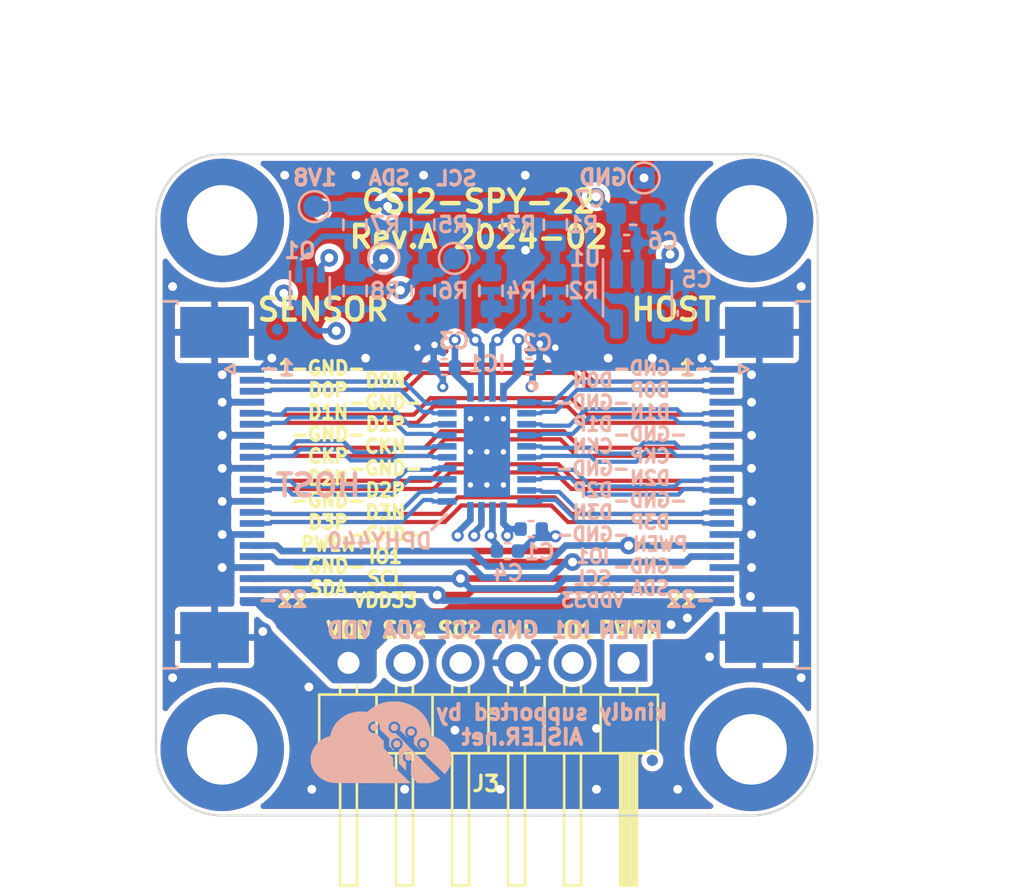
<source format=kicad_pcb>
(kicad_pcb (version 20221018) (generator pcbnew)
  (layers (0 "F.Cu" signal) (1 "In1.Cu" signal) (2 "In2.Cu" signal) (31 "B.Cu" signal) (34 "B.Paste" user) (35 "F.Paste" user) (36 "B.SilkS" user "B.Silkscreen") (37 "F.SilkS" user "F.Silkscreen") (38 "B.Mask" user) (39 "F.Mask" user) (44 "Edge.Cuts" user))
  (net 0 "")
  (net 1 "GND")
  (net 2 "/C0D0_N")
  (net 3 "/C0D0_P")
  (net 4 "/C0D1_N")
  (net 5 "/C0D1_P")
  (net 6 "/C0CK_N")
  (net 7 "/C0CK_P")
  (net 8 "/C0D2_N")
  (net 9 "/C0D2_P")
  (net 10 "/C0D3_N")
  (net 11 "/C0D3_P")
  (net 16 "/IO0")
  (net 17 "/IO1")
  (net 18 "/SCL")
  (net 19 "/SDA")
  (net 20 "/VDD33")
  (net 21 "/C1D3_P")
  (net 22 "/C1D3_N")
  (net 23 "/C1D2_P")
  (net 24 "/C1D2_N")
  (net 25 "/C1CK_P")
  (net 26 "/C1CK_N")
  (net 27 "/C1D1_P")
  (net 28 "/C1D1_N")
  (net 29 "/C1D0_P")
  (net 30 "/C1D0_N")
  (net 31 "/S1D0_N")
  (net 32 "/S1D0_P")
  (net 33 "/S1D1_N")
  (net 34 "/S1D1_P")
  (net 35 "/S1CK_N")
  (net 36 "/S1CK_P")
  (net 37 "/S1D2_N")
  (net 38 "/S1D2_P")
  (net 39 "/S1D3_N")
  (net 40 "/S1D3_P")
  (net 41 "VCC")
  (net 42 "VDD")
  (net 43 "Net-(U1-BP)")
  (net 44 "EQ{slash}SCL")
  (net 45 "ERC{slash}SDA")
  (net 46 "PRE{slash}CFG1")
  (net 47 "Net-(IC1-RSTN)")
  (net 48 "VSADJ{slash}CFG0")
  (footprint "Connector_FPC-FFC_Reverse:TE_2-1734839-2_1x22-1MP_P0.5mm_Horizontal_TopContact_Reverse" (layer "F.Cu") (at 27 15 90)
    (fp_text reference "J2" hide)
    (fp_text value "Conn_01x22_MountingPin")
  )
  (footprint "Fiducial:Fiducial_0.5mm_Mask1mm" (layer "F.Cu") (at 22.5 27.5)
    (fp_text reference "FID1" hide)
    (fp_text value "Fiducial" hide)
  )
  (footprint "Connector_PinHeader_2.54mm:PinHeader_1x06_P2.54mm_Horizontal" (layer "F.Cu") (at 21.425 23.075 -90)
    (fp_text reference "J3")
    (fp_text value "Conn_01x06")
  )
  (footprint "MountingHole:MountingHole_3.2mm_M3_DIN965_Pad" (layer "F.Cu") (at 3 27)
    (fp_text reference "H2" hide)
    (fp_text value "M3")
  )
  (footprint "Fiducial:Fiducial_0.5mm_Mask1mm" (layer "F.Cu") (at 7.5 2.5)
    (fp_text reference "FID2" hide)
    (fp_text value "Fiducial" hide)
  )
  (footprint "MountingHole:MountingHole_3.2mm_M3_DIN965_Pad" (layer "F.Cu") (at 3 3)
    (fp_text reference "H1" hide)
    (fp_text value "M3")
  )
  (footprint "MountingHole:MountingHole_3.2mm_M3_DIN965_Pad" (layer "F.Cu") (at 27 27)
    (fp_text reference "H3" hide)
    (fp_text value "M3")
  )
  (footprint "Connector_FFC-FPC:TE_2-1734839-2_1x22-1MP_P0.5mm_Horizontal" (layer "F.Cu") (at 3 15 -90)
    (fp_text reference "J1" hide)
    (fp_text value "Conn_01x22_MountingPi")
  )
  (footprint "MountingHole:MountingHole_3.2mm_M3_DIN965_Pad" (layer "F.Cu") (at 27 3)
    (fp_text reference "H4" hide)
    (fp_text value "M3")
  )
  (footprint "TestPoint:TestPoint_Pad_D1.0mm" (layer "B.Cu") (at 7.175 2.375 180)
    (fp_text reference "TP1" hide)
    (fp_text value "TestPoint_Alt")
  )
  (footprint "Resistor_SMD:R_0603_1608Metric" (layer "B.Cu") (at 18.115 6.195 -90)
    (fp_text reference "R2")
    (fp_text value "10k")
  )
  (footprint "Capacitor_SMD:C_0402_1005Metric" (layer "B.Cu") (at 16.91 9.64)
    (fp_text reference "C2")
    (fp_text value "220nF")
  )
  (footprint "Capacitor_SMD:C_0603_1608Metric" (layer "B.Cu") (at 21.635 2.695)
    (fp_text reference "C7")
    (fp_text value "4.7µF")
  )
  (footprint "DPHY440:WQFN28EP-RHR0028A" (layer "B.Cu") (at 15 13.5 180)
    (fp_text reference "IC1")
    (fp_text value "SN65DPHY440SSRHRR" hide)
  )
  (footprint "Connector_FFC-FPC:TE_2-1734839-2_1x22-1MP_P0.5mm_Horizontal" (layer "B.Cu") (at 27 15 -90)
    (fp_text reference "J4" hide)
    (fp_text value "Conn_01x22_MountingPi")
  )
  (footprint "Resistor_SMD:R_0603_1608Metric" (layer "B.Cu") (at 18.105 3.195 -90)
    (fp_text reference "R1")
    (fp_text value "10k")
  )
  (footprint "Resistor_SMD:R_0603_1608Metric" (layer "B.Cu") (at 9.025 6.195 -90)
    (fp_text reference "R8")
    (fp_text value "10k")
  )
  (footprint "Capacitor_SMD:C_0402_1005Metric" (layer "B.Cu") (at 13.065 9.65 180)
    (fp_text reference "C3")
    (fp_text value "100nF")
  )
  (footprint "Resistor_SMD:R_0603_1608Metric" (layer "B.Cu") (at 12.105 6.195 -90)
    (fp_text reference "R6")
    (fp_text value "2k")
  )
  (footprint "Capacitor_SMD:C_0402_1005Metric" (layer "B.Cu") (at 15.935 18.005)
    (fp_text reference "C4")
    (fp_text value "100nF")
  )
  (footprint "Fiducial:Fiducial_0.5mm_Mask1mm" (layer "B.Cu") (at 22.5 27.5 180)
    (fp_text reference "FID4" hide)
    (fp_text value "Fiducial")
  )
  (footprint "Connector_FPC-FFC_Reverse:TE_2-1734839-2_1x22-1MP_P0.5mm_Horizontal_TopContact_Reverse" (layer "B.Cu") (at 3 15 90)
    (fp_text reference "J5" hide)
    (fp_text value "Conn_01x22_MountingPin")
  )
  (footprint "Package_TO_SOT_SMD:SOT-563" (layer "B.Cu") (at 6.975 6.225 -90)
    (fp_text reference "Q1")
    (fp_text value "DMG1024UV")
  )
  (footprint "Fiducial:Fiducial_0.5mm_Mask1mm" (layer "B.Cu") (at 5.5 7.945 180)
    (fp_text reference "FID3" hide)
    (fp_text value "Fiducial")
  )
  (footprint "Resistor_SMD:R_0603_1608Metric" (layer "B.Cu") (at 9.015 3.195 -90)
    (fp_text reference "R7")
    (fp_text value "2k")
  )
  (footprint "Package_TO_SOT_SMD:SOT-23-5" (layer "B.Cu") (at 21.825 6.56 -90)
    (fp_text reference "U1")
    (fp_text value "TPS79318-EP")
  )
  (footprint "TestPoint:TestPoint_Pad_D1.0mm" (layer "B.Cu") (at 22.125 1.075 180)
    (fp_text reference "TP4" hide)
    (fp_text value "TestPoint_Alt")
  )
  (footprint "TestPoint:TestPoint_Pad_D1.0mm" (layer "B.Cu") (at 13.525 4.725 180)
    (fp_text reference "TP2" hide)
    (fp_text value "TestPoint_Alt")
  )
  (footprint "Capacitor_SMD:C_0402_1005Metric" (layer "B.Cu") (at 21.335 4.025)
    (fp_text reference "C6")
    (fp_text value "100nF")
  )
  (footprint "TestPoint:TestPoint_Pad_D1.0mm" (layer "B.Cu") (at 10.325 4.725 180)
    (fp_text reference "TP3" hide)
    (fp_text value "TestPoint_Alt")
  )
  (footprint "Resistor_SMD:R_0603_1608Metric" (layer "B.Cu") (at 15.175 3.195 -90)
    (fp_text reference "R3")
    (fp_text value "10k")
  )
  (footprint "Capacitor_SMD:C_0402_1005Metric" (layer "B.Cu") (at 24.015 7.215 90)
    (fp_text reference "C5")
    (fp_text value "10nF")
  )
  (footprint "Resistor_SMD:R_0603_1608Metric" (layer "B.Cu") (at 12.095 3.195 -90)
    (fp_text reference "R5")
    (fp_text value "10k")
  )
  (footprint "Resistor_SMD:R_0603_1608Metric" (layer "B.Cu") (at 15.185 6.195 -90)
    (fp_text reference "R4")
    (fp_text value "10k")
  )
  (footprint "Capacitor_SMD:C_0402_1005Metric" (layer "B.Cu") (at 17.01 17.005)
    (fp_text reference "C1")
    (fp_text value "100nF")
  )
  (gr_poly (pts (xy 10.925738 26.59446) (xy 10.937072 26.59574) (xy 10.948363 26.597832) (xy 10.959572 26.60075) (xy 10.970656 26.604508) (xy 10.981576 26.609121) (xy 10.992291 26.614602) (xy 11.002759 26.620965) (xy 11.01294 26.628225) (xy 11.022793 26.636396) (xy 11.032278 26.645491) (xy 11.037172 26.650844) (xy 11.041895 26.65663) (xy 11.046428 26.662802) (xy 11.050749 26.669312) (xy 11.054839 26.676112) (xy 11.058679 26.683156) (xy 11.062247 26.690395) (xy 11.065525 26.697781) (xy 11.068492 26.705268) (xy 11.071128 26.712807) (xy 11.073414 26.720352) (xy 11.075328 26.727854) (xy 11.076852 26.735266) (xy 11.077966 26.74254) (xy 11.078648 26.749628) (xy 11.07888 26.756484) (xy 11.078648 26.76334) (xy 11.077966 26.770429) (xy 11.076852 26.777703) (xy 11.075328 26.785115) (xy 11.073414 26.792617) (xy 11.071128 26.800161) (xy 11.068492 26.807701) (xy 11.065525 26.815188) (xy 11.062247 26.822574) (xy 11.058679 26.829813) (xy 11.054839 26.836856) (xy 11.050749 26.843657) (xy 11.046427 26.850167) (xy 11.041895 26.856339) (xy 11.037172 26.862125) (xy 11.032278 26.867478) (xy 11.025937 26.87373) (xy 11.019456 26.879572) (xy 11.012832 26.885005) (xy 11.006064 26.89003) (xy 10.999149 26.894647) (xy 10.992085 26.898858) (xy 10.98487 26.902663) (xy 10.977502 26.906064) (xy 10.969979 26.909062) (xy 10.962297 26.911657) (xy 10.954456 26.91385) (xy 10.946453 26.915642) (xy 10.938286 26.917034) (xy 10.929953 26.918027) (xy 10.921452 26.918623) (xy 10.912779 26.918821) (xy 10.908543 26.91876) (xy 10.904209 26.918578) (xy 10.899801 26.918281) (xy 10.895341 26.917873) (xy 10.890855 26.917359) (xy 10.886365 26.916743) (xy 10.877468 26.915224) (xy 10.87311 26.914331) (xy 10.868842 26.913354) (xy 10.864689 26.912298) (xy 10.860674 26.911167) (xy 10.856821 26.909967) (xy 10.853154 26.908702) (xy 10.849696 26.907376) (xy 10.84647 26.905994) (xy 10.840734 26.903237) (xy 10.835111 26.900232) (xy 10.829607 26.896989) (xy 10.824228 26.893518) (xy 10.81898 26.889828) (xy 10.813869 26.88593) (xy 10.808901 26.881833) (xy 10.804081 26.877547) (xy 10.799416 26.873081) (xy 10.794911 26.868446) (xy 10.790573 26.86365) (xy 10.786406 26.858705) (xy 10.782418 26.853619) (xy 10.778614 26.848403) (xy 10.774999 26.843066) (xy 10.77158 26.837619) (xy 10.768363 26.832069) (xy 10.765354 26.826429) (xy 10.762558 26.820706) (xy 10.759981 26.814912) (xy 10.757629 26.809055) (xy 10.755509 26.803146) (xy 10.753625 26.797195) (xy 10.751985 26.79121) (xy 10.750593 26.785202) (xy 10.749456 26.779181) (xy 10.748579 26.773157) (xy 10.747969 26.767138) (xy 10.747631 26.761136) (xy 10.747572 26.755159) (xy 10.747796 26.749218) (xy 10.748311 26.743321) (xy 10.750249 26.730291) (xy 10.753043 26.717764) (xy 10.756651 26.705753) (xy 10.761033 26.694274) (xy 10.766148 26.683339) (xy 10.771956 26.672963) (xy 10.778415 26.663161) (xy 10.785485 26.653946) (xy 10.793125 26.645332) (xy 10.801294 26.637333) (xy 10.809952 26.629964) (xy 10.819057 26.623238) (xy 10.828568 26.617169) (xy 10.838445 26.611773) (xy 10.848648 26.607061) (xy 10.859134 26.60305) (xy 10.869864 26.599752) (xy 10.880797 26.597182) (xy 10.891892 26.595354) (xy 10.903107 26.594281) (xy 10.914403 26.593979)) (fill solid) (layer "B.SilkS"))
  (gr_poly (pts (xy 10.816152 25.840496) (xy 10.826846 25.8416) (xy 10.837536 25.843445) (xy 10.84819 25.84605) (xy 10.858774 25.849432) (xy 10.869258 25.853609) (xy 10.879609 25.858598) (xy 10.889795 25.864417) (xy 10.899752 25.871056) (xy 10.909018 25.878209) (xy 10.917594 25.885837) (xy 10.925482 25.893906) (xy 10.932685 25.902377) (xy 10.939204 25.911214) (xy 10.945041 25.920379) (xy 10.950199 25.929836) (xy 10.954678 25.939549) (xy 10.958481 25.949479) (xy 10.96161 25.95959) (xy 10.964067 25.969845) (xy 10.965853 25.980208) (xy 10.966972 25.990641) (xy 10.967423 26.001107) (xy 10.96721 26.01157) (xy 10.966335 26.021992) (xy 10.964798 26.032337) (xy 10.962604 26.042568) (xy 10.959752 26.052648) (xy 10.956245 26.062539) (xy 10.952085 26.072205) (xy 10.947274 26.081609) (xy 10.941815 26.090715) (xy 10.935707 26.099484) (xy 10.928955 26.107881) (xy 10.921559 26.115869) (xy 10.913522 26.123409) (xy 10.904845 26.130466) (xy 10.895531 26.137003) (xy 10.885581 26.142983) (xy 10.874997 26.148368) (xy 10.867396 26.151666) (xy 10.859595 26.154582) (xy 10.851622 26.157115) (xy 10.843501 26.159263) (xy 10.835259 26.161025) (xy 10.826923 26.1624) (xy 10.818517 26.163386) (xy 10.810069 26.163983) (xy 10.801604 26.164189) (xy 10.793149 26.164002) (xy 10.78473 26.163423) (xy 10.776372 26.162448) (xy 10.768102 26.161078) (xy 10.759946 26.159311) (xy 10.75193 26.157145) (xy 10.744081 26.15458) (xy 10.744081 26.154581) (xy 10.738662 26.152503) (xy 10.733326 26.150166) (xy 10.72808 26.147578) (xy 10.722929 26.144748) (xy 10.717879 26.141685) (xy 10.712935 26.138397) (xy 10.708104 26.134892) (xy 10.703392 26.131181) (xy 10.698804 26.12727) (xy 10.694345 26.123168) (xy 10.690022 26.118885) (xy 10.685841 26.114428) (xy 10.681807 26.109807) (xy 10.677927 26.10503) (xy 10.674205 26.100104) (xy 10.670648 26.09504) (xy 10.667262 26.089846) (xy 10.664052 26.084529) (xy 10.661025 26.079099) (xy 10.658185 26.073565) (xy 10.655539 26.067934) (xy 10.653093 26.062216) (xy 10.650852 26.056419) (xy 10.648822 26.050552) (xy 10.64701 26.044622) (xy 10.64542 26.03864) (xy 10.644059 26.032613) (xy 10.642932 26.026549) (xy 10.642046 26.020459) (xy 10.641406 26.014349) (xy 10.641017 26.008229) (xy 10.640887 26.002107) (xy 10.641295 25.990427) (xy 10.642499 25.979046) (xy 10.644467 25.967982) (xy 10.647166 25.957252) (xy 10.650565 25.946874) (xy 10.654631 25.936865) (xy 10.659333 25.927244) (xy 10.664639 25.918028) (xy 10.670516 25.909235) (xy 10.676933 25.900882) (xy 10.683857 25.892987) (xy 10.691256 25.885569) (xy 10.699099 25.878644) (xy 10.707353 25.872231) (xy 10.715987 25.866346) (xy 10.724969 25.861008) (xy 10.734265 25.856235) (xy 10.743845 25.852044) (xy 10.753677 25.848453) (xy 10.763728 25.845479) (xy 10.773966 25.843141) (xy 10.784359 25.841456) (xy 10.794876 25.840442) (xy 10.805484 25.840116)) (fill solid) (layer "B.SilkS"))
  (gr_poly (pts (xy 11.465455 27.186265) (xy 11.476139 27.187499) (xy 11.4869 27.189484) (xy 11.497716 27.192241) (xy 11.504493 27.19435) (xy 11.511117 27.19669) (xy 11.517583 27.199255) (xy 11.523888 27.20204) (xy 11.530027 27.205041) (xy 11.535996 27.208251) (xy 11.541792 27.211666) (xy 11.54741 27.215281) (xy 11.552846 27.219089) (xy 11.558097 27.223086) (xy 11.563157 27.227267) (xy 11.568024 27.231626) (xy 11.572693 27.236158) (xy 11.57716 27.240859) (xy 11.58142 27.245722) (xy 11.585471 27.250742) (xy 11.589307 27.255915) (xy 11.592925 27.261235) (xy 11.596321 27.266697) (xy 11.599491 27.272295) (xy 11.602431 27.278024) (xy 11.605136 27.28388) (xy 11.607602 27.289857) (xy 11.609826 27.295949) (xy 11.611804 27.302151) (xy 11.613531 27.308459) (xy 11.615004 27.314867) (xy 11.616217 27.32137) (xy 11.617169 27.327962) (xy 11.617853 27.334638) (xy 11.618267 27.341393) (xy 11.618405 27.348222) (xy 11.618079 27.358711) (xy 11.617115 27.368994) (xy 11.615534 27.379055) (xy 11.613361 27.38888) (xy 11.610615 27.398452) (xy 11.60732 27.407754) (xy 11.603498 27.416773) (xy 11.59917 27.425491) (xy 11.59436 27.433892) (xy 11.589089 27.441962) (xy 11.583379 27.449683) (xy 11.577252 27.457041) (xy 11.570731 27.464019) (xy 11.563838 27.470602) (xy 11.556594 27.476774) (xy 11.549023 27.482519) (xy 11.541145 27.48782) (xy 11.532984 27.492663) (xy 11.524561 27.497032) (xy 11.515899 27.50091) (xy 11.507019 27.504282) (xy 11.497944 27.507132) (xy 11.488696 27.509444) (xy 11.479297 27.511202) (xy 11.46977 27.512391) (xy 11.460135 27.512994) (xy 11.450416 27.512996) (xy 11.440635 27.512382) (xy 11.430814 27.511134) (xy 11.420974 27.509238) (xy 11.411139 27.506677) (xy 11.40133 27.503436) (xy 11.390686 27.499186) (xy 11.380518 27.494416) (xy 11.370836 27.489139) (xy 11.361651 27.483367) (xy 11.352975 27.477114) (xy 11.344818 27.470392) (xy 11.337191 27.463213) (xy 11.330107 27.455591) (xy 11.323575 27.447539) (xy 11.317607 27.439068) (xy 11.312214 27.430193) (xy 11.307407 27.420926) (xy 11.303198 27.411279) (xy 11.299597 27.401266) (xy 11.296616 27.390899) (xy 11.294266 27.380191) (xy 11.292553 27.369024) (xy 11.291595 27.357983) (xy 11.291367 27.347089) (xy 11.291846 27.336366) (xy 11.293009 27.325833) (xy 11.294832 27.315512) (xy 11.297292 27.305425) (xy 11.300366 27.295594) (xy 11.304031 27.28604) (xy 11.308263 27.276784) (xy 11.313039 27.267848) (xy 11.318335 27.259254) (xy 11.324129 27.251023) (xy 11.330397 27.243176) (xy 11.337115 27.235735) (xy 11.344261 27.228723) (xy 11.351812 27.222159) (xy 11.359743 27.216066) (xy 11.368031 27.210465) (xy 11.376654 27.205378) (xy 11.385588 27.200826) (xy 11.394809 27.196831) (xy 11.404295 27.193415) (xy 11.414022 27.190598) (xy 11.423966 27.188402) (xy 11.434105 27.18685) (xy 11.444415 27.185962) (xy 11.454873 27.185759)) (fill solid) (layer "B.SilkS"))
  (gr_poly (pts (xy 10.858039 24.825531) (xy 10.933651 24.828013) (xy 10.999678 24.832142) (xy 11.027563 24.834823) (xy 11.051211 24.837915) (xy 11.131551 24.852062) (xy 11.210357 24.86934) (xy 11.287565 24.889715) (xy 11.363114 24.913152) (xy 11.43694 24.939617) (xy 11.508979 24.969075) (xy 11.57917 25.001493) (xy 11.647449 25.036834) (xy 11.713752 25.075066) (xy 11.778018 25.116153) (xy 11.840182 25.160061) (xy 11.900182 25.206756) (xy 11.957955 25.256203) (xy 12.013438 25.308368) (xy 12.066568 25.363216) (xy 12.117282 25.420712) (xy 12.156013 25.468885) (xy 12.19269 25.518842) (xy 12.227253 25.570422) (xy 12.259639 25.623462) (xy 12.289788 25.6778) (xy 12.317637 25.733274) (xy 12.343125 25.789723) (xy 12.366192 25.846983) (xy 12.386774 25.904893) (xy 12.404812 25.963291) (xy 12.420243 26.022014) (xy 12.433006 26.080901) (xy 12.44304 26.13979) (xy 12.450283 26.198517) (xy 12.454674 26.256922) (xy 12.456151 26.314843) (xy 12.456151 26.378992) (xy 12.475184 26.383326) (xy 12.535345 26.3979) (xy 12.591248 26.413341) (xy 12.643597 26.429922) (xy 12.668659 26.438727) (xy 12.693097 26.447919) (xy 12.717 26.457534) (xy 12.740454 26.467605) (xy 12.763549 26.478167) (xy 12.786372 26.489255) (xy 12.809011 26.500901) (xy 12.831556 26.513141) (xy 12.87671 26.53954) (xy 12.933358 26.576498) (xy 12.987322 26.616379) (xy 13.038496 26.659014) (xy 13.086776 26.704233) (xy 13.132056 26.751866) (xy 13.17423 26.801744) (xy 13.213194 26.853697) (xy 13.248842 26.907555) (xy 13.28107 26.963149) (xy 13.309771 27.02031) (xy 13.334841 27.078866) (xy 13.356175 27.138649) (xy 13.373666 27.19949) (xy 13.387211 27.261217) (xy 13.392471 27.292361) (xy 13.396704 27.323662) (xy 13.399898 27.355101) (xy 13.402039 27.386656) (xy 13.402988 27.412771) (xy 13.403129 27.438405) (xy 13.402442 27.463649) (xy 13.400907 27.488595) (xy 13.398502 27.513334) (xy 13.395207 27.537958) (xy 13.391 27.562559) (xy 13.385862 27.587228) (xy 13.379771 27.612058) (xy 13.372707 27.637138) (xy 13.364648 27.662562) (xy 13.355575 27.688422) (xy 13.345466 27.714807) (xy 13.3343 27.741811) (xy 13.322057 27.769525) (xy 13.308716 27.798041) (xy 13.297801 27.81984) (xy 13.285088 27.843633) (xy 13.255514 27.895321) (xy 13.222487 27.949352) (xy 13.188497 28.001975) (xy 13.156036 28.049435) (xy 13.127596 28.087982) (xy 13.115663 28.102739) (xy 13.105668 28.113861) (xy 13.097925 28.120879) (xy 13.094995 28.122701) (xy 13.092744 28.123322) (xy 13.089844 28.121183) (xy 13.082621 28.114909) (xy 13.056103 28.090797) (xy 12.961088 28.002238) (xy 12.82211 27.871172) (xy 12.653579 27.711123) (xy 12.220842 27.298924) (xy 12.220842 26.996533) (xy 12.251405 26.978622) (xy 12.258555 26.974187) (xy 12.265655 26.969301) (xy 12.272687 26.96398) (xy 12.279637 26.958246) (xy 12.286487 26.952116) (xy 12.293221 26.945609) (xy 12.299822 26.938744) (xy 12.306275 26.93154) (xy 12.312564 26.924017) (xy 12.31867 26.916192) (xy 12.324579 26.908085) (xy 12.330275 26.899715) (xy 12.335739 26.8911) (xy 12.340957 26.88226) (xy 12.345912 26.873213) (xy 12.350588 26.863978) (xy 12.353492 26.857893) (xy 12.356084 26.852189) (xy 12.358382 26.846767) (xy 12.360403 26.841526) (xy 12.362165 26.836367) (xy 12.363685 26.83119) (xy 12.36498 26.825895) (xy 12.366068 26.820382) (xy 12.366967 26.814552) (xy 12.367694 26.808303) (xy 12.368267 26.801537) (xy 12.368703 26.794154) (xy 12.369019 26.786053) (xy 12.369233 26.777135) (xy 12.369427 26.756447) (xy 12.369379 26.735209) (xy 12.368965 26.717957) (xy 12.368568 26.710532) (xy 12.368016 26.703753) (xy 12.367287 26.697502) (xy 12.366361 26.691663) (xy 12.365217 26.686117) (xy 12.363832 26.680749) (xy 12.362187 26.675442) (xy 12.360259 26.670077) (xy 12.358028 26.664539) (xy 12.355473 26.658711) (xy 12.349303 26.645713) (xy 12.339473 26.627315) (xy 12.328621 26.610087) (xy 12.316816 26.594029) (xy 12.304127 26.579144) (xy 12.290621 26.565431) (xy 12.276366 26.55289) (xy 12.261432 26.541524) (xy 12.245885 26.531332) (xy 12.229794 26.522315) (xy 12.213227 26.514473) (xy 12.196253 26.507808) (xy 12.178939 26.502321) (xy 12.161354 26.498011) (xy 12.143566 26.494879) (xy 12.125643 26.492927) (xy 12.107654 26.492155) (xy 12.089665 26.492563) (xy 12.071746 26.494152) (xy 12.053965 26.496924) (xy 12.03639 26.500878) (xy 12.019089 26.506015) (xy 12.00213 26.512337) (xy 11.985581 26.519843) (xy 11.969511 26.528534) (xy 11.953988 26.538412) (xy 11.939079 26.549476) (xy 11.924854 26.561728) (xy 11.911379 26.575168) (xy 11.898725 26.589797) (xy 11.886957 26.605615) (xy 11.876146 26.622624) (xy 11.866358 26.640823) (xy 11.85933 26.655438) (xy 11.856435 26.661862) (xy 11.853917 26.667875) (xy 11.851751 26.67361) (xy 11.849911 26.679199) (xy 11.848369 26.684775) (xy 11.847101 26.69047) (xy 11.84608 26.696419) (xy 11.845279 26.702753) (xy 11.844674 26.709606) (xy 11.844237 26.71711) (xy 11.843943 26.725398) (xy 11.843765 26.734604) (xy 11.843654 26.756297) (xy 11.843785 26.77692) (xy 11.844268 26.793954) (xy 11.844681 26.801369) (xy 11.845232 26.80818) (xy 11.845936 26.814485) (xy 11.84681 26.820381) (xy 11.847871 26.825966) (xy 11.849134 26.831337) (xy 11.850616 26.836592) (xy 11.852334 26.841829) (xy 11.854304 26.847145) (xy 11.856543 26.852639) (xy 11.861891 26.864547) (xy 11.866159 26.873232) (xy 11.870756 26.881789) (xy 11.875667 26.890204) (xy 11.880878 26.898459) (xy 11.886376 26.906539) (xy 11.892147 26.914428) (xy 11.898177 26.922111) (xy 11.904453 26.929572) (xy 11.91096 26.936794) (xy 11.917685 26.943762) (xy 11.924614 26.95046) (xy 11.931733 26.956873) (xy 11.939028 26.962984) (xy 11.946486 26.968777) (xy 11.954093 26.974237) (xy 11.961835 26.979348) (xy 11.966452 26.982307) (xy 11.970594 26.985065) (xy 11.974287 26.987656) (xy 11.977554 26.990111) (xy 11.980421 26.992465) (xy 11.982911 26.994751) (xy 11.985048 26.997001) (xy 11.985992 26.998124) (xy 11.986857 26.99925) (xy 11.987646 27.000385) (xy 11.988363 27.001531) (xy 11.989009 27.002693) (xy 11.989589 27.003876) (xy 11.990105 27.005083) (xy 11.99056 27.006319) (xy 11.990957 27.007587) (xy 11.9913 27.008893) (xy 11.991834 27.011632) (xy 11.992186 27.014568) (xy 11.99238 27.017735) (xy 11.99244 27.021166) (xy 11.992414 27.023457) (xy 11.992336 27.025685) (xy 11.992207 27.027836) (xy 11.992031 27.0299) (xy 11.99181 27.031865) (xy 11.991547 27.03372) (xy 11.991245 27.035453) (xy 11.990906 27.037052) (xy 11.990533 27.038507) (xy 11.990129 27.039804) (xy 11.989696 27.040934) (xy 11.989238 27.041885) (xy 11.988756 27.042644) (xy 11.988253 27.0432) (xy 11.987995 27.043399) (xy 11.987732 27.043543) (xy 11.987466 27.04363) (xy 11.987196 27.043659) (xy 11.985898 27.042896) (xy 11.98314 27.040657) (xy 11.973557 27.03205) (xy 11.959069 27.018444) (xy 11.940303 27.000441) (xy 11.917882 26.978645) (xy 11.892431 26.953659) (xy 11.864574 26.926087) (xy 11.834936 26.896532) (xy 11.687927 26.749404) (xy 11.687927 26.456563) (xy 11.721688 26.431782) (xy 11.734137 26.422109) (xy 11.745843 26.411933) (xy 11.756803 26.401284) (xy 11.767017 26.390193) (xy 11.776483 26.37869) (xy 11.785198 26.366806) (xy 11.793162 26.354571) (xy 11.800373 26.342016) (xy 11.806829 26.329172) (xy 11.812528 26.316068) (xy 11.81747 26.302735) (xy 11.821651 26.289204) (xy 11.825072 26.275505) (xy 11.827729 26.261669) (xy 11.829622 26.247726) (xy 11.830749 26.233707) (xy 11.831108 26.219643) (xy 11.830698 26.205563) (xy 11.829517 26.191498) (xy 11.827563 26.177479) (xy 11.824836 26.163536) (xy 11.821332 26.1497) (xy 11.817051 26.136001) (xy 11.811991 26.122469) (xy 11.80615 26.109136) (xy 11.799527 26.096032) (xy 11.79212 26.083187) (xy 11.783928 26.070632) (xy 11.774948 26.058396) (xy 11.76518 26.046512) (xy 11.754621 26.035008) (xy 11.743271 26.023917) (xy 11.732977 26.014688) (xy 11.722828 26.006218) (xy 11.712765 25.998482) (xy 11.70273 25.991459) (xy 11.692664 25.985127) (xy 11.682511 25.979462) (xy 11.672211 25.974443) (xy 11.661707 25.970047) (xy 11.650941 25.966252) (xy 11.639854 25.963036) (xy 11.628389 25.960376) (xy 11.616487 25.958249) (xy 11.60409 25.956635) (xy 11.591141 25.955509) (xy 11.577581 25.95485) (xy 11.563352 25.954635) (xy 11.548099 25.954856) (xy 11.533693 25.95554) (xy 11.520054 25.956722) (xy 11.507102 25.958434) (xy 11.494754 25.960711) (xy 11.482932 25.963586) (xy 11.471555 25.967091) (xy 11.460541 25.971262) (xy 11.44981 25.976131) (xy 11.439282 25.981731) (xy 11.428876 25.988097) (xy 11.418511 25.995261) (xy 11.408107 26.003258) (xy 11.397583 26.012121) (xy 11.386859 26.021883) (xy 11.375854 26.032577) (xy 11.365353 26.043392) (xy 11.355746 26.053966) (xy 11.347003 26.064371) (xy 11.339094 26.074678) (xy 11.331989 26.084959) (xy 11.325658 26.095284) (xy 11.320071 26.105724) (xy 11.315198 26.116351) (xy 11.311009 26.127236) (xy 11.307475 26.138449) (xy 11.304565 26.150062) (xy 11.302249 26.162146) (xy 11.300498 26.174773) (xy 11.299282 26.188012) (xy 11.29857 26.201935) (xy 11.298332 26.216614) (xy 11.298801 26.232513) (xy 11.300205 26.248362) (xy 11.302514 26.264096) (xy 11.305696 26.279649) (xy 11.30972 26.294956) (xy 11.314554 26.309952) (xy 11.320166 26.324572) (xy 11.326526 26.33875) (xy 11.333602 26.352422) (xy 11.341362 26.365521) (xy 11.349775 26.377983) (xy 11.358809 26.389742) (xy 11.368434 26.400733) (xy 11.378617 26.410892) (xy 11.389327 26.420152) (xy 11.400532 26.428449) (xy 11.403383 26.430455) (xy 11.406068 26.432476) (xy 11.408585 26.43451) (xy 11.410931 26.436553) (xy 11.413105 26.438602) (xy 11.415103 26.440653) (xy 11.416923 26.442703) (xy 11.418563 26.444749) (xy 11.42002 26.446788) (xy 11.421292 26.448816) (xy 11.422375 26.45083) (xy 11.423268 26.452826) (xy 11.423969 26.454803) (xy 11.424474 26.456755) (xy 11.424781 26.45868) (xy 11.424859 26.459632) (xy 11.424887 26.460575) (xy 11.424871 26.462162) (xy 11.424815 26.463704) (xy 11.424719 26.465193) (xy 11.424587 26.466622) (xy 11.424421 26.467982) (xy 11.424221 26.469266) (xy 11.423992 26.470466) (xy 11.423733 26.471573) (xy 11.423449 26.47258) (xy 11.42314 26.473478) (xy 11.422809 26.47426) (xy 11.422458 26.474918) (xy 11.422089 26.475443) (xy 11.421703 26.475829) (xy 11.421505 26.475966) (xy 11.421304 26.476066) (xy 11.421099 26.476126) (xy 11.420892 26.476146) (xy 11.419519 26.47523) (xy 11.416295 26.472542) (xy 11.404686 26.462214) (xy 11.386841 26.445884) (xy 11.36354 26.424278) (xy 11.303678 26.368132) (xy 11.231322 26.299571) (xy 11.045799 26.122994) (xy 11.058885 26.080946) (xy 11.062902 26.066716) (xy 11.066121 26.052419) (xy 11.068545 26.03808) (xy 11.070179 26.023721) (xy 11.071025 26.009368) (xy 11.071086 25.995043) (xy 11.070365 25.980772) (xy 11.068866 25.966577) (xy 11.066592 25.952482) (xy 11.063546 25.938513) (xy 11.059731 25.924692) (xy 11.055151 25.911043) (xy 11.049809 25.89759) (xy 11.043707 25.884358) (xy 11.036849 25.87137) (xy 11.029238 25.85865) (xy 11.023959 25.850626) (xy 11.018517 25.842941) (xy 11.012892 25.835575) (xy 11.00706 25.828511) (xy 11.001001 25.82173) (xy 10.994693 25.815214) (xy 10.988114 25.808945) (xy 10.981242 25.802903) (xy 10.974055 25.797071) (xy 10.966533 25.791431) (xy 10.958652 25.785964) (xy 10.950392 25.780651) (xy 10.94173 25.775475) (xy 10.932646 25.770417) (xy 10.923116 25.765458) (xy 10.91312 25.760581) (xy 10.899135 25.75415) (xy 10.892903 25.75148) (xy 10.887033 25.749145) (xy 10.881418 25.747124) (xy 10.87595 25.745396) (xy 10.870519 25.743939) (xy 10.865019 25.742733) (xy 10.859341 25.741757) (xy 10.853376 25.740989) (xy 10.847017 25.740408) (xy 10.840155 25.739994) (xy 10.832682 25.739724) (xy 10.824491 25.739579) (xy 10.805519 25.739575) (xy 10.788745 25.739882) (xy 10.773805 25.740563) (xy 10.760355 25.741674) (xy 10.754082 25.742407) (xy 10.748053 25.743269) (xy 10.742225 25.744265) (xy 10.736555 25.745404) (xy 10.731001 25.746691) (xy 10.725519 25.748134) (xy 10.720066 25.749739) (xy 10.714601 25.751514) (xy 10.703459 25.755601) (xy 10.693701 25.759769) (xy 10.683899 25.764622) (xy 10.674097 25.770121) (xy 10.664337 25.776226) (xy 10.654662 25.782898) (xy 10.645116 25.790096) (xy 10.635741 25.797781) (xy 10.62658 25.805914) (xy 10.617677 25.814454) (xy 10.609075 25.823363) (xy 10.600815 25.832599) (xy 10.592943 25.842125) (xy 10.585499 25.851899) (xy 10.578528 25.861882) (xy 10.572073 25.872034) (xy 10.566176 25.882317) (xy 10.558601 25.896543) (xy 10.55551 25.902712) (xy 10.552843 25.908461) (xy 10.550568 25.913949) (xy 10.548654 25.919333) (xy 10.547069 25.924769) (xy 10.545784 25.930416) (xy 10.544766 25.936432) (xy 10.543985 25.942972) (xy 10.543409 25.950195) (xy 10.543008 25.958259) (xy 10.54275 25.96732) (xy 10.542604 25.977537) (xy 10.542525 26.002066) (xy 10.542617 26.026167) (xy 10.543033 26.045284) (xy 10.54343 26.053333) (xy 10.543988 26.060568) (xy 10.544735 26.067133) (xy 10.545695 26.073173) (xy 10.546897 26.07883) (xy 10.548367 26.084249) (xy 10.550131 26.089574) (xy 10.552216 26.09495) (xy 10.554649 26.10052) (xy 10.557456 26.106427) (xy 10.5643 26.119834) (xy 10.569638 26.129449) (xy 10.575553 26.139015) (xy 10.582007 26.148492) (xy 10.588959 26.157843) (xy 10.596369 26.16703) (xy 10.604198 26.176015) (xy 10.612405 26.184759) (xy 10.620951 26.193224) (xy 10.629797 26.201373) (xy 10.638901 26.209167) (xy 10.648224 26.216569) (xy 10.657727 26.223539) (xy 10.66737 26.230041) (xy 10.677112 26.236035) (xy 10.686914 26.241485) (xy 10.696736 26.246351) (xy 10.702866 26.249142) (xy 10.708668 26.251648) (xy 10.714231 26.253886) (xy 10.719642 26.25587) (xy 10.72499 26.257618) (xy 10.730363 26.259144) (xy 10.735848 26.260464) (xy 10.741535 26.261594) (xy 10.747511 26.262551) (xy 10.753864 26.263349) (xy 10.760683 26.264005) (xy 10.768055 26.264534) (xy 10.776069 26.264952) (xy 10.784813 26.265274) (xy 10.804844 26.265697) (xy 10.873378 26.266655) (xy 10.939537 26.335066) (xy 11.029185 26.427091) (xy 11.15182 26.552276) (xy 12.824473 28.265626) (xy 12.84807 28.290261) (xy 12.867393 28.310973) (xy 12.87483 28.319178) (xy 12.88045 28.325587) (xy 12.884005 28.329927) (xy 12.88493 28.331236) (xy 12.885245 28.331927) (xy 12.882454 28.33449) (xy 12.874503 28.339306) (xy 12.845664 28.354501) (xy 12.803813 28.375129) (xy 12.754031 28.398806) (xy 12.701403 28.423149) (xy 12.65101 28.445774) (xy 12.607937 28.464298) (xy 12.577267 28.476338) (xy 12.563271 28.481108) (xy 12.547347 28.486279) (xy 12.511929 28.497164) (xy 12.47544 28.507677) (xy 12.458178 28.512382) (xy 12.442309 28.5165) (xy 12.36964 28.534774) (xy 11.092736 28.535144) (xy 8.926498 28.531567) (xy 8.926484 28.531637) (xy 8.373635 28.528804) (xy 8.203543 28.526842) (xy 8.085469 28.523773) (xy 8.00526 28.519042) (xy 7.948762 28.51209) (xy 7.901822 28.502363) (xy 7.850286 28.489302) (xy 7.773425 28.466919) (xy 7.698941 28.439635) (xy 7.62704 28.407659) (xy 7.557932 28.371197) (xy 7.491824 28.330459) (xy 7.428924 28.285653) (xy 7.36944 28.236986) (xy 7.313579 28.184668) (xy 7.26155 28.128907) (xy 7.213561 28.069911) (xy 7.16982 28.007888) (xy 7.130534 27.943046) (xy 7.095911 27.875594) (xy 7.066159 27.805741) (xy 7.041487 27.733693) (xy 7.022102 27.65966) (xy 7.018118 27.639541) (xy 7.014661 27.617545) (xy 7.01173 27.593942) (xy 7.009325 27.569) (xy 7.006098 27.516181) (xy 7.004982 27.461241) (xy 7.00598 27.406336) (xy 7.009093 27.353621) (xy 7.011444 27.328758) (xy 7.014325 27.305251) (xy 7.017737 27.283369) (xy 7.021678 27.263381) (xy 7.040164 27.190854) (xy 7.062905 27.120461) (xy 7.089773 27.052345) (xy 7.120642 26.986648) (xy 7.155385 26.923512) (xy 7.193875 26.86308) (xy 7.235983 26.805494) (xy 7.281584 26.750898) (xy 7.330551 26.699433) (xy 7.382756 26.651242) (xy 7.438071 26.606468) (xy 7.496371 26.565253) (xy 7.557528 26.527739) (xy 7.621414 26.49407) (xy 7.687904 26.464388) (xy 7.756869 26.438835) (xy 7.77207 26.433862) (xy 7.787418 26.429037) (xy 7.802494 26.424479) (xy 7.816878 26.420308) (xy 7.83015 26.416641) (xy 7.841891 26.413598) (xy 7.851683 26.411298) (xy 7.859106 26.409858) (xy 7.865107 26.408816) (xy 7.870824 26.40765) (xy 7.876124 26.406402) (xy 7.880872 26.405109) (xy 7.884936 26.403812) (xy 7.88667 26.403175) (xy 7.888182 26.40255) (xy 7.889456 26.401945) (xy 7.890476 26.401363) (xy 7.891224 26.400809) (xy 7.891684 26.400289) (xy 7.892048 26.399508) (xy 7.892516 26.398191) (xy 7.893731 26.394074) (xy 7.895272 26.38818) (xy 7.89708 26.380756) (xy 7.899098 26.372045) (xy 7.901267 26.362293) (xy 7.903529 26.351743) (xy 7.905826 26.340641) (xy 7.913537 26.305938) (xy 7.922623 26.27087) (xy 7.933032 26.235544) (xy 7.944712 26.200066) (xy 7.957612 26.164544) (xy 7.971682 26.129085) (xy 7.986868 26.093794) (xy 8.003121 26.058779) (xy 8.020389 26.024147) (xy 8.034781 25.997192) (xy 9.614806 25.997192) (xy 9.615002 26.013229) (xy 9.61618 26.029131) (xy 9.618318 26.044857) (xy 9.621393 26.060368) (xy 9.625382 26.075625) (xy 9.630262 26.090588) (xy 9.636011 26.105218) (xy 9.642607 26.119475) (xy 9.650025 26.133319) (xy 9.658244 26.146711) (xy 9.667241 26.159611) (xy 9.676993 26.17198) (xy 9.687478 26.183779) (xy 9.698672 26.194967) (xy 9.710554 26.205506) (xy 9.7231 26.215355) (xy 9.736288 26.224475) (xy 9.750094 26.232827) (xy 9.764497 26.240371) (xy 9.779474 26.247067) (xy 9.795001 26.252876) (xy 9.811056 26.257759) (xy 9.827617 26.261675) (xy 9.844661 26.264586) (xy 9.862165 26.266451) (xy 9.872817 26.26707) (xy 9.883743 26.267373) (xy 9.894634 26.267372) (xy 9.90518 26.267081) (xy 9.915071 26.266513) (xy 9.923998 26.265682) (xy 9.931649 26.2646) (xy 9.9349 26.263969) (xy 9.937716 26.263281) (xy 9.962789 26.256324) (xy 10.143612 26.437245) (xy 10.324436 26.618164) (xy 10.324436 26.944429) (xy 10.535406 27.169979) (xy 10.746374 27.395529) (xy 10.748226 27.571613) (xy 10.750073 27.747695) (xy 11.151485 28.139388) (xy 11.552896 28.531081) (xy 11.696504 28.531451) (xy 11.752265 28.531331) (xy 11.797928 28.530789) (xy 11.828781 28.529911) (xy 11.837181 28.529374) (xy 11.839368 28.529085) (xy 11.840113 28.528784) (xy 11.840177 28.528721) (xy 11.839441 28.527565) (xy 11.837282 28.524764) (xy 11.828982 28.514573) (xy 11.798501 28.478241) (xy 11.753388 28.425229) (xy 11.698299 28.36104) (xy 11.556421 28.196331) (xy 11.556579 27.895123) (xy 11.556738 27.593914) (xy 11.582513 27.582045) (xy 11.590147 27.578171) (xy 11.597981 27.573509) (xy 11.605961 27.56812) (xy 11.614029 27.562062) (xy 11.622132 27.555395) (xy 11.630211 27.54818) (xy 11.638213 27.540475) (xy 11.646081 27.532341) (xy 11.65376 27.523836) (xy 11.661193 27.515022) (xy 11.668326 27.505956) (xy 11.675102 27.4967) (xy 11.681465 27.487312) (xy 11.68736 27.477853) (xy 11.692731 27.468381) (xy 11.697522 27.458957) (xy 11.704012 27.444984) (xy 11.706706 27.438755) (xy 11.709061 27.432879) (xy 11.7111 27.427241) (xy 11.712845 27.421726) (xy 11.714319 27.416221) (xy 11.715543 27.410611) (xy 11.71654 27.404781) (xy 11.717332 27.398618) (xy 11.717941 27.392006) (xy 11.71839 27.384832) (xy 11.7187 27.376981) (xy 11.718894 27.368338) (xy 11.719023 27.348222) (xy 11.718883 27.328778) (xy 11.718379 27.312594) (xy 11.71795 27.305495) (xy 11.717382 27.298937) (xy 11.716658 27.292827) (xy 11.715762 27.287074) (xy 11.714678 27.281586) (xy 11.71339 27.276272) (xy 11.711882 27.27104) (xy 11.710137 27.265798) (xy 11.70814 27.260455) (xy 11.705875 27.254919) (xy 11.700474 27.2429) (xy 11.695353 27.232604) (xy 11.689725 27.22247) (xy 11.683613 27.21252) (xy 11.677042 27.20278) (xy 11.670035 27.193275) (xy 11.662617 27.184027) (xy 11.654811 27.175062) (xy 11.646641 27.166405) (xy 11.638131 27.158079) (xy 11.629306 27.150108) (xy 11.620188 27.142518) (xy 11.610802 27.135332) (xy 11.601173 27.128575) (xy 11.591323 27.122272) (xy 11.581276 27.116446) (xy 11.571058 27.111122) (xy 11.556508 27.104129) (xy 11.550118 27.101254) (xy 11.54413 27.098758) (xy 11.538406 27.096616) (xy 11.532804 27.094799) (xy 11.527184 27.093282) (xy 11.521406 27.092039) (xy 11.515331 27.091042) (xy 11.508817 27.090266) (xy 11.501724 27.089683) (xy 11.493913 27.089267) (xy 11.485243 27.088992) (xy 11.475573 27.088832) (xy 11.452677 27.088747) (xy 11.429773 27.088864) (xy 11.411498 27.089315) (xy 11.403753 27.089731) (xy 11.396756 27.090309) (xy 11.390369 27.091075) (xy 11.384456 27.092055) (xy 11.37888 27.093276) (xy 11.373505 27.094763) (xy 11.368193 27.096543) (xy 11.362808 27.098642) (xy 11.357214 27.101087) (xy 11.351275 27.103902) (xy 11.33781 27.110751) (xy 11.321311 27.119942) (xy 11.305746 27.129814) (xy 11.291125 27.140355) (xy 11.277456 27.151551) (xy 11.264749 27.163388) (xy 11.258758 27.169543) (xy 11.253012 27.175853) (xy 11.24751 27.182317) (xy 11.242255 27.188933) (xy 11.237246 27.195698) (xy 11.232486 27.202612) (xy 11.227975 27.209673) (xy 11.223715 27.216879) (xy 11.219707 27.224228) (xy 11.215951 27.231719) (xy 11.212449 27.23935) (xy 11.209202 27.247119) (xy 11.206211 27.255025) (xy 11.203478 27.263065) (xy 11.201003 27.271239) (xy 11.198787 27.279544) (xy 11.195139 27.296542) (xy 11.192543 27.314046) (xy 11.191007 27.332041) (xy 11.190527 27.350057) (xy 11.191074 27.367738) (xy 11.192634 27.385052) (xy 11.195194 27.40197) (xy 11.198738 27.41846) (xy 11.203252 27.434491) (xy 11.208722 27.450033) (xy 11.215133 27.465054) (xy 11.222472 27.479523) (xy 11.230722 27.49341) (xy 11.239871 27.506684) (xy 11.249903 27.519313) (xy 11.260804 27.531268) (xy 11.27256 27.542516) (xy 11.285156 27.553027) (xy 11.298578 27.56277) (xy 11.334412 27.586993) (xy 11.334677 27.780778) (xy 11.334941 27.974563) (xy 11.172669 27.808462) (xy 11.010399 27.64236) (xy 11.010029 27.323988) (xy 11.009658 27.005615) (xy 11.040446 26.989282) (xy 11.049418 26.984261) (xy 11.058165 26.978844) (xy 11.066679 26.973047) (xy 11.074953 26.966887) (xy 11.082978 26.960379) (xy 11.090746 26.953539) (xy 11.09825 26.946385) (xy 11.105482 26.938932) (xy 11.112433 26.931197) (xy 11.119096 26.923196) (xy 11.125462 26.914944) (xy 11.131523 26.906459) (xy 11.137272 26.897756) (xy 11.142701 26.888852) (xy 11.147801 26.879763) (xy 11.152565 26.870505) (xy 11.156985 26.861094) (xy 11.161052 26.851547) (xy 11.164758 26.84188) (xy 11.168097 26.832109) (xy 11.171059 26.822251) (xy 11.173637 26.81232) (xy 11.175822 26.802335) (xy 11.177608 26.79231) (xy 11.178984 26.782263) (xy 11.179945 26.772209) (xy 11.180482 26.762165) (xy 11.180586 26.752147) (xy 11.18025 26.742171) (xy 11.179466 26.732254) (xy 11.178226 26.722411) (xy 11.176522 26.712659) (xy 11.172766 26.696256) (xy 11.168153 26.680283) (xy 11.162699 26.664763) (xy 11.156422 26.64972) (xy 11.149342 26.635176) (xy 11.141475 26.621154) (xy 11.132839 26.607679) (xy 11.123454 26.594773) (xy 11.113336 26.58246) (xy 11.102504 26.570763) (xy 11.090975 26.559705) (xy 11.078768 26.54931) (xy 11.065902 26.539601) (xy 11.052392 26.530601) (xy 11.038259 26.522333) (xy 11.02352 26.514821) (xy 11.009571 26.508401) (xy 11.003343 26.505735) (xy 10.99746 26.503402) (xy 10.991811 26.501381) (xy 10.986282 26.499649) (xy 10.980761 26.498186) (xy 10.975134 26.496969) (xy 10.969289 26.495977) (xy 10.963112 26.495187) (xy 10.956491 26.494579) (xy 10.949313 26.49413) (xy 10.941464 26.493819) (xy 10.932832 26.493623) (xy 10.912767 26.493493) (xy 10.8927 26.493624) (xy 10.876219 26.494131) (xy 10.869041 26.49458) (xy 10.86242 26.495189) (xy 10.856243 26.495978) (xy 10.850398 26.496971) (xy 10.844771 26.498188) (xy 10.83925 26.499651) (xy 10.833721 26.501383) (xy 10.828072 26.503404) (xy 10.82219 26.505737) (xy 10.815961 26.508403) (xy 10.802012 26.514821) (xy 10.791934 26.51985) (xy 10.782127 26.52525) (xy 10.772597 26.531009) (xy 10.763352 26.537113) (xy 10.754398 26.543548) (xy 10.745744 26.550303) (xy 10.737395 26.557365) (xy 10.72936 26.564719) (xy 10.721645 26.572354) (xy 10.714257 26.580257) (xy 10.707203 26.588413) (xy 10.700491 26.596811) (xy 10.694127 26.605437) (xy 10.688119 26.614279) (xy 10.682474 26.623323) (xy 10.677198 26.632557) (xy 10.672299 26.641967) (xy 10.667784 26.65154) (xy 10.66366 26.661264) (xy 10.659933 26.671126) (xy 10.656613 26.681112) (xy 10.653704 26.69121) (xy 10.651215 26.701406) (xy 10.649152 26.711688) (xy 10.647522 26.722043) (xy 10.646333 26.732457) (xy 10.645592 26.742918) (xy 10.645305 26.753412) (xy 10.645481 26.763927) (xy 10.646125 26.77445) (xy 10.647245 26.784968) (xy 10.648848 26.795468) (xy 10.650758 26.804975) (xy 10.65325 26.815296) (xy 10.656219 26.826102) (xy 10.65956 26.837063) (xy 10.663167 26.847849) (xy 10.666934 26.85813) (xy 10.670758 26.867576) (xy 10.674532 26.875859) (xy 10.678472 26.883271) (xy 10.683243 26.891168) (xy 10.688732 26.89943) (xy 10.69483 26.907936) (xy 10.701425 26.916564) (xy 10.708406 26.925195) (xy 10.715663 26.933708) (xy 10.723083 26.941982) (xy 10.730557 26.949896) (xy 10.737973 26.95733) (xy 10.745219 26.964163) (xy 10.752186 26.970275) (xy 10.758763 26.975544) (xy 10.764837 26.979851) (xy 10.770298 26.983074) (xy 10.772764 26.984242) (xy 10.775035 26.985094) (xy 10.77605 26.985436) (xy 10.777013 26.985806) (xy 10.777924 26.986207) (xy 10.778786 26.986643) (xy 10.7796 26.98712) (xy 10.780367 26.987643) (xy 10.781088 26.988214) (xy 10.781764 26.988841) (xy 10.782397 26.989525) (xy 10.782988 26.990274) (xy 10.783538 26.99109) (xy 10.784048 26.991979) (xy 10.78452 26.992945) (xy 10.784955 26.993993) (xy 10.785354 26.995127) (xy 10.785719 26.996352) (xy 10.78605 26.997673) (xy 10.786349 26.999093) (xy 10.786617 27.000619) (xy 10.786856 27.002253) (xy 10.787067 27.004002) (xy 10.78725 27.005868) (xy 10.787407 27.007858) (xy 10.78754 27.009976) (xy 10.78765 27.012225) (xy 10.787738 27.014612) (xy 10.787852 27.019813) (xy 10.787893 27.025617) (xy 10.787871 27.032059) (xy 10.7875 27.074847) (xy 10.677084 26.961634) (xy 10.566668 26.848421) (xy 10.566668 26.498935) (xy 10.351765 26.292891) (xy 10.228998 26.174706) (xy 10.191075 26.137298) (xy 10.165672 26.11095) (xy 10.156933 26.101129) (xy 10.150446 26.093117) (xy 10.145917 26.086598) (xy 10.143054 26.081253) (xy 10.141565 26.076762) (xy 10.141156 26.072809) (xy 10.141535 26.069075) (xy 10.142409 26.065241) (xy 10.142971 26.062769) (xy 10.143512 26.059833) (xy 10.144522 26.052722) (xy 10.14542 26.044212) (xy 10.146184 26.034607) (xy 10.146794 26.02421) (xy 10.147227 26.013324) (xy 10.147465 26.002252) (xy 10.147484 25.991298) (xy 10.146844 25.975501) (xy 10.145232 25.960003) (xy 10.142681 25.944825) (xy 10.139223 25.929991) (xy 10.13489 25.915524) (xy 10.129716 25.901448) (xy 10.123733 25.887786) (xy 10.116973 25.87456) (xy 10.10947 25.861795) (xy 10.101255 25.849513) (xy 10.092362 25.837738) (xy 10.082823 25.826492) (xy 10.072671 25.8158) (xy 10.061939 25.805684) (xy 10.050658 25.796167) (xy 10.038862 25.787274) (xy 10.026584 25.779026) (xy 10.013855 25.771447) (xy 10.000709 25.764561) (xy 9.987178 25.758391) (xy 9.973295 25.75296) (xy 9.959092 25.748291) (xy 9.944603 25.744407) (xy 9.929859 25.741332) (xy 9.914893 25.739088) (xy 9.899738 25.7377) (xy 9.884427 25.73719) (xy 9.868992 25.737582) (xy 9.853466 25.738898) (xy 9.837882 25.741163) (xy 9.822271 25.744399) (xy 9.806667 25.748629) (xy 9.79306 25.753113) (xy 9.779848 25.758176) (xy 9.767043 25.763808) (xy 9.754657 25.769999) (xy 9.7427 25.77674) (xy 9.731185 25.784021) (xy 9.720123 25.791833) (xy 9.709525 25.800166) (xy 9.699403 25.809012) (xy 9.689769 25.818359) (xy 9.680634 25.828199) (xy 9.672009 25.838522) (xy 9.663906 25.849319) (xy 9.656336 25.860579) (xy 9.649312 25.872294) (xy 9.642843 25.884455) (xy 9.635528 25.900334) (xy 9.629354 25.916355) (xy 9.624298 25.932478) (xy 9.620338 25.948662) (xy 9.617451 25.964869) (xy 9.615615 25.981059) (xy 9.614806 25.997192) (xy 8.034781 25.997192) (xy 8.038619 25.990004) (xy 8.057762 25.956458) (xy 8.077765 25.923614) (xy 8.098577 25.89158) (xy 8.120146 25.860462) (xy 8.142422 25.830367) (xy 8.165353 25.801403) (xy 8.175227 25.78969) (xy 8.186579 25.776817) (xy 8.212927 25.748356) (xy 8.242818 25.71756) (xy 8.274673 25.685967) (xy 8.30691 25.655117) (xy 8.337952 25.626547) (xy 8.366219 25.601798) (xy 8.378818 25.591336) (xy 8.39013 25.582407) (xy 8.428846 25.55389) (xy 8.468679 25.526606) (xy 8.50956 25.500585) (xy 8.551423 25.475854) (xy 8.594197 25.452441) (xy 8.637814 25.430375) (xy 8.682207 25.409683) (xy 8.727307 25.390393) (xy 8.773046 25.372533) (xy 8.819354 25.356131) (xy 8.866164 25.341215) (xy 8.913408 25.327813) (xy 8.961016 25.315953) (xy 9.008921 25.305664) (xy 9.057054 25.296972) (xy 9.105346 25.289906) (xy 9.14706 25.285546) (xy 9.194467 25.28236) (xy 9.245817 25.280354) (xy 9.299363 25.279536) (xy 9.353354 25.279913) (xy 9.406042 25.281492) (xy 9.455678 25.284281) (xy 9.500514 25.288287) (xy 9.579686 25.297015) (xy 9.62509 25.255831) (xy 9.670528 25.216209) (xy 9.717689 25.178186) (xy 9.76648 25.141805) (xy 9.816812 25.10711) (xy 9.868593 25.074144) (xy 9.921734 25.042948) (xy 9.976142 25.013567) (xy 10.031728 24.986043) (xy 10.088401 24.960419) (xy 10.14607 24.936738) (xy 10.204644 24.915043) (xy 10.264033 24.895377) (xy 10.324146 24.877783) (xy 10.384892 24.862304) (xy 10.446181 24.848982) (xy 10.507922 24.837862) (xy 10.530718 24.83477) (xy 10.557864 24.832092) (xy 10.622753 24.827975) (xy 10.697683 24.825511) (xy 10.777747 24.824697)) (fill solid) (layer "B.SilkS"))
  (gr_poly (pts (xy 9.89 25.84) (xy 9.901766 25.840984) (xy 9.913511 25.842841) (xy 9.925189 25.845587) (xy 9.936756 25.849242) (xy 9.948163 25.853822) (xy 9.959365 25.859347) (xy 9.970317 25.865835) (xy 9.980971 25.873303) (xy 9.991281 25.88177) (xy 10.001202 25.891254) (xy 10.007616 25.898258) (xy 10.013522 25.905522) (xy 10.018925 25.913027) (xy 10.023826 25.92075) (xy 10.028229 25.928672) (xy 10.032136 25.93677) (xy 10.03555 25.945024) (xy 10.038474 25.953412) (xy 10.04091 25.961914) (xy 10.042861 25.970508) (xy 10.04433 25.979173) (xy 10.04532 25.987888) (xy 10.045834 25.996632) (xy 10.045874 26.005384) (xy 10.045443 26.014123) (xy 10.044543 26.022827) (xy 10.043178 26.031475) (xy 10.04135 26.040047) (xy 10.039063 26.048521) (xy 10.036318 26.056876) (xy 10.033119 26.06509) (xy 10.029468 26.073144) (xy 10.025368 26.081015) (xy 10.020822 26.088683) (xy 10.015832 26.096127) (xy 10.010402 26.103324) (xy 10.004533 26.110255) (xy 9.99823 26.116898) (xy 9.991494 26.123232) (xy 9.984329 26.129235) (xy 9.976737 26.134888) (xy 9.96872 26.140168) (xy 9.960315 26.144948) (xy 9.951433 26.149217) (xy 9.942143 26.152968) (xy 9.932514 26.156196) (xy 9.922617 26.158896) (xy 9.91252 26.161062) (xy 9.902292 26.162689) (xy 9.892003 26.163772) (xy 9.881723 26.164304) (xy 9.87152 26.164281) (xy 9.861464 26.163697) (xy 9.851625 26.162547) (xy 9.842071 26.160824) (xy 9.832873 26.158525) (xy 9.824098 26.155642) (xy 9.815818 26.152172) (xy 9.810226 26.149428) (xy 9.804779 26.146526) (xy 9.79948 26.143469) (xy 9.79433 26.140259) (xy 9.789332 26.1369) (xy 9.784488 26.133396) (xy 9.7798 26.12975) (xy 9.775269 26.125965) (xy 9.770899 26.122045) (xy 9.766692 26.117993) (xy 9.762649 26.113811) (xy 9.758772 26.109504) (xy 9.755064 26.105075) (xy 9.751527 26.100527) (xy 9.748163 26.095863) (xy 9.744974 26.091087) (xy 9.741962 26.086202) (xy 9.73913 26.081212) (xy 9.736479 26.076119) (xy 9.734012 26.070927) (xy 9.73173 26.065639) (xy 9.729637 26.060259) (xy 9.727733 26.05479) (xy 9.726021 26.049235) (xy 9.724504 26.043598) (xy 9.723183 26.037881) (xy 9.722061 26.032089) (xy 9.721139 26.026225) (xy 9.72042 26.020291) (xy 9.719906 26.014291) (xy 9.719599 26.008229) (xy 9.719501 26.002107) (xy 9.720029 25.988511) (xy 9.721553 25.975386) (xy 9.724026 25.962752) (xy 9.727403 25.950626) (xy 9.731636 25.939026) (xy 9.736681 25.927972) (xy 9.74249 25.91748) (xy 9.749018 25.907569) (xy 9.756218 25.898257) (xy 9.764045 25.889563) (xy 9.772451 25.881504) (xy 9.781392 25.874099) (xy 9.79082 25.867366) (xy 9.800689 25.861323) (xy 9.810954 25.855988) (xy 9.821569 25.85138) (xy 9.832486 25.847516) (xy 9.84366 25.844414) (xy 9.855044 25.842094) (xy 9.866593 25.840573) (xy 9.878261 25.839869)) (fill solid) (layer "B.SilkS"))
  (gr_poly (pts (xy 12.117485 26.594174) (xy 12.129234 26.595633) (xy 12.141018 26.597973) (xy 12.152812 26.601199) (xy 12.164591 26.605314) (xy 12.176332 26.61032) (xy 12.18181 26.61298) (xy 12.187137 26.615786) (xy 12.192311 26.618736) (xy 12.19733 26.621828) (xy 12.202194 26.625059) (xy 12.2069 26.628426) (xy 12.211447 26.631928) (xy 12.215833 26.635563) (xy 12.220058 26.639328) (xy 12.22412 26.64322) (xy 12.228017 26.647237) (xy 12.231748 26.651378) (xy 12.235311 26.65564) (xy 12.238704 26.66002) (xy 12.241928 26.664516) (xy 12.244979 26.669126) (xy 12.247856 26.673847) (xy 12.250559 26.678678) (xy 12.253085 26.683615) (xy 12.255433 26.688658) (xy 12.257602 26.693802) (xy 12.259589 26.699047) (xy 12.261395 26.704389) (xy 12.263016 26.709826) (xy 12.264453 26.715357) (xy 12.265702 26.720979) (xy 12.266764 26.726688) (xy 12.267635 26.732485) (xy 12.268316 26.738364) (xy 12.268804 26.744326) (xy 12.269098 26.750367) (xy 12.269196 26.756484) (xy 12.268886 26.766845) (xy 12.267967 26.776983) (xy 12.26646 26.786886) (xy 12.264382 26.796539) (xy 12.261753 26.805929) (xy 12.25859 26.815044) (xy 12.254913 26.823869) (xy 12.250741 26.832392) (xy 12.246091 26.840599) (xy 12.240984 26.848477) (xy 12.235437 26.856013) (xy 12.229469 26.863193) (xy 12.223099 26.870005) (xy 12.216347 26.876434) (xy 12.209229 26.882468) (xy 12.201766 26.888093) (xy 12.193975 26.893296) (xy 12.185877 26.898063) (xy 12.177488 26.902382) (xy 12.168829 26.906239) (xy 12.159917 26.909621) (xy 12.150772 26.912515) (xy 12.141412 26.914906) (xy 12.131856 26.916783) (xy 12.122123 26.918131) (xy 12.112231 26.918937) (xy 12.102199 26.919189) (xy 12.092047 26.918872) (xy 12.081791 26.917974) (xy 12.071452 26.916481) (xy 12.061048 26.91438) (xy 12.050598 26.911657) (xy 12.050597 26.911657) (xy 12.04757 26.910682) (xy 12.04444 26.909489) (xy 12.037918 26.906489) (xy 12.031114 26.902735) (xy 12.02411 26.898305) (xy 12.01699 26.893278) (xy 12.009836 26.887732) (xy 12.002731 26.881745) (xy 11.995758 26.875396) (xy 11.989 26.868764) (xy 11.98254 26.861925) (xy 11.97646 26.85496) (xy 11.970844 26.847946) (xy 11.965775 26.840962) (xy 11.961335 26.834085) (xy 11.957607 26.827395) (xy 11.954674 26.82097) (xy 11.953485 26.817815) (xy 11.952329 26.814389) (xy 11.951212 26.810725) (xy 11.950141 26.806857) (xy 11.948159 26.798637) (xy 11.946429 26.789994) (xy 11.945001 26.781193) (xy 11.943922 26.772498) (xy 11.943528 26.768272) (xy 11.94324 26.764173) (xy 11.943062 26.760233) (xy 11.943001 26.756484) (xy 11.943211 26.747377) (xy 11.943841 26.738489) (xy 11.944893 26.729817) (xy 11.946368 26.721358) (xy 11.948268 26.713108) (xy 11.950593 26.705066) (xy 11.953346 26.697227) (xy 11.956527 26.689589) (xy 11.960138 26.682148) (xy 11.964181 26.674902) (xy 11.968657 26.667847) (xy 11.973567 26.660981) (xy 11.978912 26.654299) (xy 11.984694 26.647801) (xy 11.990915 26.641481) (xy 11.997575 26.635337) (xy 12.007318 26.627324) (xy 12.017366 26.620155) (xy 12.027694 26.613833) (xy 12.03828 26.608362) (xy 12.049097 26.603745) (xy 12.060121 26.599986) (xy 12.071327 26.597087) (xy 12.082691 26.595054) (xy 12.094189 26.593888) (xy 12.105795 26.593593)) (fill solid) (layer "B.SilkS"))
  (gr_line (start 13.175 16.35) (end 12.5 17.025) (stroke (width 0.15)) (layer "B.SilkS"))
  (gr_poly (pts (xy 11.578878 26.055709) (xy 11.591425 26.057403) (xy 11.603634 26.060013) (xy 11.615473 26.063498) (xy 11.62691 26.067818) (xy 11.637911 26.07293) (xy 11.648444 26.078795) (xy 11.658476 26.08537) (xy 11.667974 26.092614) (xy 11.676906 26.100487) (xy 11.685238 26.108946) (xy 11.692939 26.117952) (xy 11.699974 26.127462) (xy 11.706312 26.137435) (xy 11.711919 26.147831) (xy 11.716764 26.158608) (xy 11.720812 26.169725) (xy 11.724031 26.181141) (xy 11.726389 26.192814) (xy 11.727853 26.204703) (xy 11.728389 26.216768) (xy 11.727965 26.228966) (xy 11.726549 26.241257) (xy 11.724108 26.2536) (xy 11.720608 26.265954) (xy 11.716017 26.278276) (xy 11.710302 26.290526) (xy 11.703431 26.302664) (xy 11.697708 26.311441) (xy 11.691747 26.319629) (xy 11.685533 26.327237) (xy 11.682327 26.330827) (xy 11.679051 26.334275) (xy 11.675704 26.337583) (xy 11.672284 26.340752) (xy 11.668788 26.343783) (xy 11.665216 26.346677) (xy 11.661564 26.349435) (xy 11.657831 26.352059) (xy 11.654015 26.354549) (xy 11.650114 26.356907) (xy 11.646126 26.359134) (xy 11.642049 26.361231) (xy 11.63788 26.3632) (xy 11.633619 26.36504) (xy 11.629262 26.366755) (xy 11.624808 26.368344) (xy 11.620256 26.369809) (xy 11.615602 26.371151) (xy 11.605983 26.373471) (xy 11.595937 26.375312) (xy 11.585446 26.376685) (xy 11.574496 26.377599) (xy 11.559483 26.378383) (xy 11.552988 26.378574) (xy 11.547052 26.37861) (xy 11.541585 26.378472) (xy 11.536501 26.378144) (xy 11.53171 26.377609) (xy 11.527126 26.376849) (xy 11.52266 26.375847) (xy 11.518224 26.374586) (xy 11.513732 26.373049) (xy 11.509094 26.371219) (xy 11.504222 26.369079) (xy 11.49903 26.366612) (xy 11.487331 26.360626) (xy 11.48733 26.360626) (xy 11.481058 26.357169) (xy 11.474998 26.353523) (xy 11.469152 26.349693) (xy 11.463523 26.345683) (xy 11.458113 26.3415) (xy 11.452925 26.337147) (xy 11.447962 26.332631) (xy 11.443224 26.327957) (xy 11.438715 26.323129) (xy 11.434438 26.318152) (xy 11.430394 26.313033) (xy 11.426586 26.307775) (xy 11.423017 26.302384) (xy 11.419688 26.296866) (xy 11.416603 26.291225) (xy 11.413763 26.285466) (xy 11.411171 26.279594) (xy 11.40883 26.273616) (xy 11.406741 26.267535) (xy 11.404908 26.261357) (xy 11.403332 26.255087) (xy 11.402015 26.24873) (xy 11.400962 26.242291) (xy 11.400173 26.235776) (xy 11.399651 26.229189) (xy 11.399398 26.222536) (xy 11.399418 26.215822) (xy 11.399712 26.209051) (xy 11.400282 26.20223) (xy 11.401132 26.195362) (xy 11.402263 26.188454) (xy 11.403678 26.18151) (xy 11.40508 26.175501) (xy 11.406514 26.169922) (xy 11.408013 26.164719) (xy 11.409609 26.159837) (xy 11.411334 26.155219) (xy 11.413222 26.150813) (xy 11.415305 26.146561) (xy 11.417615 26.14241) (xy 11.420185 26.138304) (xy 11.423047 26.134188) (xy 11.426235 26.130006) (xy 11.42978 26.125705) (xy 11.433715 26.121228) (xy 11.438073 26.116521) (xy 11.442886 26.111528) (xy 11.448186 26.106195) (xy 11.452403 26.10209) (xy 11.456639 26.098136) (xy 11.460883 26.094338) (xy 11.465127 26.090704) (xy 11.469359 26.087241) (xy 11.47357 26.083956) (xy 11.477749 26.080856) (xy 11.481886 26.077947) (xy 11.48597 26.075238) (xy 11.489992 26.072735) (xy 11.493942 26.070444) (xy 11.497808 26.068374) (xy 11.501581 26.06653) (xy 11.505251 26.06492) (xy 11.508807 26.063552) (xy 11.512239 26.062431) (xy 11.525979 26.058924) (xy 11.539545 26.056539) (xy 11.552906 26.055236) (xy 11.566028 26.054973)) (fill solid) (layer "B.SilkS"))
  (gr_line (start 0 27) (end 0 3) (stroke (width 0.1)) (layer "Edge.Cuts"))
  (gr_arc (start 0 3) (mid 0.87868 0.87868) (end 3 0) (stroke (width 0.1)) (layer "Edge.Cuts"))
  (gr_line (start 27 30) (end 3 30) (stroke (width 0.1)) (layer "Edge.Cuts"))
  (gr_arc (start 27 0) (mid 29.12132 0.87868) (end 30 3) (stroke (width 0.1)) (layer "Edge.Cuts"))
  (gr_arc (start 3 30) (mid 0.87868 29.12132) (end 0 27) (stroke (width 0.1)) (layer "Edge.Cuts"))
  (gr_line (start 30 3) (end 30 27) (stroke (width 0.1)) (layer "Edge.Cuts"))
  (gr_arc (start 30 27) (mid 29.12132 29.12132) (end 27 30) (stroke (width 0.1)) (layer "Edge.Cuts"))
  (gr_line (start 3 0) (end 27 0) (stroke (width 0.1)) (layer "Edge.Cuts"))
  (gr_text "-1" (at 24.55 10.1) (layer "B.SilkS") (effects (font (size 0.7 0.7)) (justify bottom mirror)))
  (gr_text "SDA" (at 10.575 1.45) (layer "B.SilkS") (effects (font (size 0.65 0.65) (thickness 0.1625) bold) (justify bottom mirror)))
  (gr_text "D0N\n-GND-\nD1P\nCKN\n-GND-\nD2P\nD3N\n-GND-\nIO1\nSCL\nVDD33" (at 19.8 20.6) (layer "B.SilkS") (effects (font (size 0.62 0.6) (thickness 0.15) bold) (justify bottom mirror)))
  (gr_text "1-" (at 5.5 9.7) (layer "B.SilkS") (effects (font (size 0.7 0.7)) (justify mirror)))
  (gr_text "DPHY440" (at 10.125 17.55) (layer "B.SilkS") (effects (font (size 0.7 0.7) (thickness 0.15) bold) (justify mirror)))
  (gr_text "-22" (at 24.25 20.2) (layer "B.SilkS") (effects (font (size 0.7 0.7)) (justify mirror)))
  (gr_text "GND" (at 16.275 22.00825) (layer "B.SilkS") (effects (font (size 0.7 0.7) (thickness 0.175) bold) (justify bottom mirror)))
  (gr_text "-GND-\nD0P\nD1N\n-GND-\nCKP\nD2N\n-GND-\nD3P\nPWEN  \n-GND-\nSDA" (at 22.4 20.05) (layer "B.SilkS") (effects (font (size 0.62 0.6) (thickness 0.15) bold) (justify bottom mirror)))
  (gr_text "IO1" (at 18.825 22.00825) (layer "B.SilkS") (effects (font (size 0.7 0.7) (thickness 0.175) bold) (justify bottom mirror)))
  (gr_text "GND" (at 20.27 1.465) (layer "B.SilkS") (effects (font (size 0.7 0.7) (thickness 0.175) bold) (justify bottom mirror)))
  (gr_text "SDA" (at 11.275 22.00825) (layer "B.SilkS") (effects (font (size 0.7 0.7) (thickness 0.175) bold) (justify bottom mirror)))
  (gr_text "HOST" (at 7.35 15.025) (layer "B.SilkS") (effects (font (size 1 1) (thickness 0.2) bold) (justify mirror)))
  (gr_text "SCL" (at 13.775 22.00825) (layer "B.SilkS") (effects (font (size 0.7 0.7) (thickness 0.175) bold) (justify bottom mirror)))
  (gr_text "SCL" (at 13.625 1.475) (layer "B.SilkS") (effects (font (size 0.65 0.65) (thickness 0.1625) bold) (justify bottom mirror)))
  (gr_text "PWEN" (at 21.525 22.00825) (layer "B.SilkS") (effects (font (size 0.7 0.7) (thickness 0.175) bold) (justify bottom mirror)))
  (gr_text "1V8" (at 7.2 1.475) (layer "B.SilkS") (effects (font (size 0.7 0.7) (thickness 0.175) bold) (justify bottom mirror)))
  (gr_text "22-" (at 5.75 20.2) (layer "B.SilkS") (effects (font (size 0.7 0.7)) (justify mirror)))
  (gr_text "VDD" (at 8.775 22.00825) (layer "B.SilkS") (effects (font (size 0.7 0.7) (thickness 0.175) bold) (justify bottom mirror)))
  (gr_text "kindly supported by\n     AISLER.net" (at 17.94 26.85) (layer "B.SilkS") (effects (font (size 0.7 0.7) (thickness 0.175) bold) (justify bottom mirror)))
  (gr_text "CSI2-SPY-22\nRev.A 2024-02" (at 14.625 2.95) (layer "F.SilkS") (effects (font (size 1 1) (thickness 0.2) bold)))
  (gr_text "-1" (at 5.45 10.1) (layer "F.SilkS") (effects (font (size 0.7 0.7)) (justify bottom)))
  (gr_text "1-" (at 24.5 9.7) (layer "F.SilkS") (effects (font (size 0.7 0.7))))
  (gr_text "GND" (at 16.25 22) (layer "F.SilkS") (effects (font (size 0.7 0.7) (thickness 0.175) bold) (justify bottom)))
  (gr_text "22-" (at 24.25 20.2) (layer "F.SilkS") (effects (font (size 0.7 0.7))))
  (gr_text "IO1" (at 19 22) (layer "F.SilkS") (effects (font (size 0.7 0.7) (thickness 0.175) bold) (justify bottom)))
  (gr_text "PWEN" (at 21.5 22) (layer "F.SilkS") (effects (font (size 0.7 0.7) (thickness 0.175) bold) (justify bottom)))
  (gr_text "SDA" (at 11.25 22) (layer "F.SilkS") (effects (font (size 0.7 0.7) (thickness 0.175) bold) (justify bottom)))
  (gr_text "SCL" (at 13.75 22) (layer "F.SilkS") (effects (font (size 0.7 0.7) (thickness 0.175) bold) (justify bottom)))
  (gr_text "VDD" (at 8.75 22) (layer "F.SilkS") (effects (font (size 0.7 0.7) (thickness 0.175) bold) (justify bottom)))
  (gr_text "-22" (at 5.75 20.2) (layer "F.SilkS") (effects (font (size 0.7 0.7))))
  (gr_text "D0N\n-GND-\nD1P\nCKN\n-GND-\nD2P\nD3N\n-GND-\nIO1\nSCL\nVDD33" (at 10.4 20.6) (layer "F.SilkS") (effects (font (size 0.62 0.6) (thickness 0.15) bold) (justify bottom)))
  (gr_text "-GND-\nD0P\nD1N\n-GND-\nCKP\nD2N\n-GND-\nD3P\nPWEN\n-GND-\nSDA" (at 7.8 20.05) (layer "F.SilkS") (effects (font (size 0.62 0.6) (thickness 0.15) bold) (justify bottom)))
  (segment (start 25.65 9.75) (end 25.25 9.75) (width 0.3) (layer "F.Cu") (net 1))
  (segment (start 25.65 14.25) (end 27 14.25) (width 0.3) (layer "F.Cu") (net 1))
  (segment (start 4.35 11.25) (end 3 11.25) (width 0.3) (layer "F.Cu") (net 1))
  (segment (start 25.65 12.75) (end 27 12.75) (width 0.3) (layer "F.Cu") (net 1))
  (segment (start 3.25 9.75) (end 3 10) (width 0.3) (layer "F.Cu") (net 1))
  (segment (start 4.75 9.75) (end 5.25 9.25) (width 0.3) (layer "F.Cu") (net 1))
  (segment (start 4.35 18.75) (end 3 18.75) (width 0.3) (layer "F.Cu") (net 1))
  (segment (start 25.65 15.75) (end 27 15.75) (width 0.3) (layer "F.Cu") (net 1))
  (segment (start 4.35 9.75) (end 4.75 9.75) (width 0.3) (layer "F.Cu") (net 1))
  (segment (start 4.35 15.75) (end 3 15.75) (width 0.3) (layer "F.Cu") (net 1))
  (segment (start 25.65 9.75) (end 26.75 9.75) (width 0.3) (layer "F.Cu") (net 1))
  (segment (start 25.65 17.25) (end 27 17.25) (width 0.3) (layer "F.Cu") (net 1))
  (segment (start 25.65 18.75) (end 27 18.75) (width 0.3) (layer "F.Cu") (net 1))
  (segment (start 4.35 17.25) (end 3 17.25) (width 0.3) (layer "F.Cu") (net 1))
  (segment (start 26.75 9.75) (end 27 10) (width 0.3) (layer "F.Cu") (net 1))
  (segment (start 25.25 9.75) (end 24.75 9.25) (width 0.3) (layer "F.Cu") (net 1))
  (segment (start 4.35 14.25) (end 3 14.25) (width 0.3) (layer "F.Cu") (net 1))
  (segment (start 4.35 12.75) (end 3 12.75) (width 0.3) (layer "F.Cu") (net 1))
  (segment (start 4.35 9.75) (end 3.25 9.75) (width 0.3) (layer "F.Cu") (net 1))
  (segment (start 25.65 11.25) (end 27 11.25) (width 0.3) (layer "F.Cu") (net 1))
  (via (at 16.74 0.95) (size 0.8) (drill 0.4) (layers "F.Cu" "B.Cu") (net 1))
  (via (at 3 12.75) (size 0.8) (drill 0.4) (layers "F.Cu" "B.Cu") (net 1))
  (via (at 16.75 4.35) (size 0.8) (drill 0.4) (layers "F.Cu" "B.Cu") (net 1))
  (via (at 27 11.25) (size 0.8) (drill 0.4) (layers "F.Cu" "B.Cu") (net 1))
  (via (at 15 12) (size 0.45) (drill 0.25) (layers "F.Cu" "B.Cu") (net 1))
  (via (at 17.4 8.6) (size 0.55) (drill 0.3) (layers "F.Cu" "B.Cu") (net 1))
  (via (at 15.75 12) (size 0.45) (drill 0.25) (layers "F.Cu" "B.Cu") (net 1))
  (via (at 6.93 24.17) (size 0.8) (drill 0.4) (layers "F.Cu" "B.Cu") (net 1))
  (via (at 11.85 8.775) (size 0.55) (drill 0.3) (layers "F.Cu" "B.Cu") (net 1))
  (via (at 22.125 1.075) (size 0.8) (drill 0.4) (layers "F.Cu" "B.Cu") (net 1))
  (via (at 13.55 26.13) (size 0.8) (drill 0.4) (layers "F.Cu" "B.Cu") (net 1))
  (via (at 27 17.25) (size 0.8) (drill 0.4) (layers "F.Cu" "B.Cu") (net 1))
  (via (at 22.5 9.25) (size 0.8) (drill 0.4) (layers "F.Cu" "B.Cu") (net 1))
  (via (at 14.25 12) (size 0.45) (drill 0.25) (layers "F.Cu" "B.Cu") (net 1))
  (via (at 19.97 28.81) (size 0.8) (drill 0.4) (layers "F.Cu" "B.Cu") (net 1))
  (via (at 9.07 0.95) (size 0.8) (drill 0.4) (layers "F.Cu" "B.Cu") (net 1))
  (via (at 15 15) (size 0.45) (drill 0.25) (layers "F.Cu" "B.Cu") (net 1))
  (via (at 14.25 13.5) (size 0.45) (drill 0.25) (layers "F.Cu" "B.Cu") (net 1))
  (via (at 12.13 0.95) (size 0.8) (drill 0.4) (layers "F.Cu" "B.Cu") (net 1))
  (via (at 29.25 6) (size 0.8) (drill 0.4) (layers "F.Cu" "B.Cu") (net 1))
  (via (at 3 14.25) (size 0.8) (drill 0.4) (layers "F.Cu" "B.Cu") (net 1))
  (via (at 4.84 21.65) (size 0.8) (drill 0.4) (layers "F.Cu" "B.Cu") (net 1))
  (via (at 27 10) (size 0.8) (drill 0.4) (layers "F.Cu" "B.Cu") (net 1))
  (via (at 3 15.75) (size 0.8) (drill 0.4) (layers "F.Cu" "B.Cu") (net 1))
  (via (at 7.06 28.81) (size 0.8) (drill 0.4) (layers "F.Cu" "B.Cu") (net 1))
  (via (at 18.107727 17.332727) (size 0.55) (drill 0.3) (layers "F.Cu" "B.Cu") (net 1))
  (via (at 19.97 26.05) (size 0.8) (drill 0.4) (layers "F.Cu" "B.Cu") (net 1))
  (via (at 13 10.55) (size 0.5) (drill 0.25) (layers "F.Cu" "B.Cu") (net 1))
  (via (at 9.5 9.25) (size 0.8) (drill 0.4) (layers "F.Cu" "B.Cu") (net 1))
  (via (at 11.27 28.81) (size 0.8) (drill 0.4) (layers "F.Cu" "B.Cu") (net 1))
  (via (at 3 11.25) (size 0.8) (drill 0.4) (layers "F.Cu" "B.Cu") (net 1))
  (via (at 12.625 8.65) (size 0.55) (drill 0.3) (layers "F.Cu" "B.Cu") (net 1))
  (via (at 3 18.75) (size 0.8) (drill 0.4) (layers "F.Cu" "B.Cu") (net 1))
  (via (at 25.1 22.8) (size 0.8) (drill 0.4) (layers "F.Cu" "B.Cu") (net 1))
  (via (at 23.65 28.81) (size 0.8) (drill 0.4) (layers "F.Cu" "B.Cu") (net 1))
  (via (at 3 17.25) (size 0.8) (drill 0.4) (layers "F.Cu" "B.Cu") (net 1))
  (via (at 3 10) (size 0.8) (drill 0.4) (layers "F.Cu" "B.Cu") (net 1))
  (via (at 15.61 28.81) (size 0.8) (drill 0.4) (layers "F.Cu" "B.Cu") (net 1))
  (via (at 17 10.55) (size 0.5) (drill 0.25) (layers "F.Cu" "B.Cu") (net 1))
  (via (at 27 15.75) (size 0.8) (drill 0.4) (layers "F.Cu" "B.Cu") (net 1))
  (via (at 26.95 20.06) (size 0.8) (drill 0.4) (layers "F.Cu" "B.Cu") (net 1))
  (via (at 27 18.75) (size 0.8) (drill 0.4) (layers "F.Cu" "B.Cu") (net 1))
  (via (at 18.1 8.775) (size 0.55) (drill 0.3) (layers "F.Cu" "B.Cu") (net 1))
  (via (at 24.75 9.25) (size 0.8) (drill 0.4) (layers "F.Cu" "B.Cu") (net 1))
  (via (at 29.25 23.75) (size 0.8) (drill 0.4) (layers "F.Cu" "B.Cu") (net 1))
  (via (at 15.75 13.5) (size 0.45) (drill 0.25) (layers "F.Cu" "B.Cu") (net 1))
  (via (at 15 13.5) (size 0.45) (drill 0.25) (layers "F.Cu" "B.Cu") (net 1))
  (via (at 5.83 0.95) (size 0.8) (drill 0.4) (layers "F.Cu" "B.Cu") (net 1))
  (via (at 27 14.25) (size 0.8) (drill 0.4) (layers "F.Cu" "B.Cu") (net 1))
  (via (at 0.75 6) (size 0.8) (drill 0.4) (layers "F.Cu" "B.Cu") (net 1))
  (via (at 27 12.75) (size 0.8) (drill 0.4) (layers "F.Cu" "B.Cu") (net 1))
  (via (at 20.5 9.25) (size 0.8) (drill 0.4) (layers "F.Cu" "B.Cu") (net 1))
  (via (at 14.25 15) (size 0.45) (drill 0.25) (layers "F.Cu" "B.Cu") (net 1))
  (via (at 5.25 9.25) (size 0.8) (drill 0.4) (layers "F.Cu" "B.Cu") (net 1))
  (via (at 15.75 15) (size 0.45) (drill 0.25) (layers "F.Cu" "B.Cu") (net 1))
  (via (at 0.75 23.75) (size 0.8) (drill 0.4) (layers "F.Cu" "B.Cu") (net 1))
  (segment (start 3.005 12.745) (end 3 12.75) (width 0.3) (layer "B.Cu") (net 1))
  (segment (start 25.25 9.75) (end 24.75 9.25) (width 0.3) (layer "B.Cu") (net 1))
  (segment (start 25.65 9.75) (end 26.75 9.75) (width 0.3) (layer "B.Cu") (net 1))
  (segment (start 3.25 9.75) (end 3 10) (width 0.3) (layer "B.Cu") (net 1))
  (segment (start 3.005 17.245) (end 3 17.25) (width 0.3) (layer "B.Cu") (net 1))
  (segment (start 26.995 12.755) (end 27 12.75) (width 0.3) (layer "B.Cu") (net 1))
  (segment (start 17.395 9.64) (end 17.07 9.965) (width 0.3) (layer "B.Cu") (net 1))
  (segment (start 16.42 18.005) (end 16.55266 18.005) (width 0.3) (layer "B.Cu") (net 1))
  (segment (start 4.35 9.75) (end 4.75 9.75) (width 0.3) (layer "B.Cu") (net 1))
  (segment (start 25.65 11.25) (end 27 11.25) (width 0.3) (layer "B.Cu") (net 1))
  (segment (start 12.58 9.70766) (end 13 10.12766) (width 0.3) (layer "B.Cu") (net 1))
  (segment (start 25.65 18.75) (end 27 18.75) (width 0.3) (layer "B.Cu") (net 1))
  (segment (start 26.995 14.255) (end 27 14.25) (width 0.3) (layer "B.Cu") (net 1))
  (segment (start 18.040454 17.4) (end 18.107727 17.332727) (width 0.3) (layer "B.Cu") (net 1))
  (segment (start 26.995 11.255) (end 27 11.25) (width 0.3) (layer "B.Cu") (net 1))
  (segment (start 4.35 12.75) (end 3 12.75) (width 0.3) (layer "B.Cu") (net 1))
  (segment (start 3.255 9.745) (end 3 10) (width 0.3) (layer "B.Cu") (net 1))
  (segment (start 16.55266 18.005) (end 17.15766 17.4) (width 0.3) (layer "B.Cu") (net 1))
  (segment (start 12.58 9.65) (end 12.58 9.70766) (width 0.3) (layer "B.Cu") (net 1))
  (segment (start 25.65 14.25) (end 27 14.25) (width 0.3) (layer "B.Cu") (net 1))
  (segment (start 25.65 15.75) (end 27 15.75) (width 0.3) (layer "B.Cu") (net 1))
  (segment (start 3.005 14.245) (end 3 14.25) (width 0.3) (layer "B.Cu") (net 1))
  (segment (start 3.005 15.745) (end 3 15.75) (width 0.3) (layer "B.Cu") (net 1))
  (segment (start 18.107727 17.332727) (end 17.822727 17.332727) (width 0.3) (layer "B.Cu") (net 1))
  (segment (start 25.65 17.25) (end 27 17.25) (width 0.3) (layer "B.Cu") (net 1))
  (segment (start 4.35 17.25) (end 3 17.25) (width 0.3) (layer "B.Cu") (net 1))
  (segment (start 26.995 17.255) (end 27 17.25) (width 0.3) (layer "B.Cu") (net 1))
  (segment (start 4.35 9.75) (end 3.25 9.75) (width 0.3) (layer "B.Cu") (net 1))
  (segment (start 26.995 15.755) (end 27 15.75) (width 0.3) (layer "B.Cu") (net 1))
  (segment (start 17.07 9.965) (end 17.07 10.48) (width 0.3) (layer "B.Cu") (net 1))
  (segment (start 26.995 18.755) (end 27 18.75) (width 0.3) (layer "B.Cu") (net 1))
  (segment (start 4.35 15.75) (end 3 15.75) (width 0.3) (layer "B.Cu") (net 1))
  (segment (start 4.35 18.745) (end 3.005 18.745) (width 0.3) (layer "B.Cu") (net 1))
  (segment (start 17.822727 17.332727) (end 17.495 17.005) (width 0.3) (layer "B.Cu") (net 1))
  (segment (start 17.07 10.48) (end 17 10.55) (width 0.3) (layer "B.Cu") (net 1))
  (segment (start 3.005 18.745) (end 3 18.75) (width 0.3) (layer "B.Cu") (net 1))
  (segment (start 4.35 11.25) (end 3 11.25) (width 0.3) (layer "B.Cu") (net 1))
  (segment (start 3.005 11.245) (end 3 11.25) (width 0.3) (layer "B.Cu") (net 1))
  (segment (start 25.65 12.75) (end 27 12.75) (width 0.3) (layer "B.Cu") (net 1))
  (segment (start 13 10.12766) (end 13 10.55) (width 0.3) (layer "B.Cu") (net 1))
  (segment (start 17.15766 17.4) (end 18.040454 17.4) (width 0.3) (layer "B.Cu") (net 1))
  (segment (start 26.75 9.75) (end 27 10) (width 0.3) (layer "B.Cu") (net 1))
  (segment (start 25.65 9.75) (end 25.25 9.75) (width 0.3) (layer "B.Cu") (net 1))
  (segment (start 4.75 9.75) (end 5.25 9.25) (width 0.3) (layer "B.Cu") (net 1))
  (segment (start 4.35 14.25) (end 3 14.25) (width 0.3) (layer "B.Cu") (net 1))
  (segment (start 19.07326 9.55) (end 19.83826 10.315) (width 0.19) (layer "F.Cu") (net 2))
  (segment (start 11.95 9.55) (end 19.07326 9.55) (width 0.19) (layer "F.Cu") (net 2))
  (segment (start 11.185 10.315) (end 11.95 9.55) (width 0.19) (layer "F.Cu") (net 2))
  (segment (start 19.83826 10.315) (end 24.759999 10.315) (width 0.19) (layer "F.Cu") (net 2))
  (segment (start 4.35 10.25) (end 5.175001 10.25) (width 0.19) (layer "F.Cu") (net 2))
  (segment (start 5.240001 10.315) (end 11.185 10.315) (width 0.19) (layer "F.Cu") (net 2))
  (segment (start 24.759999 10.315) (end 24.824999 10.25) (width 0.19) (layer "F.Cu") (net 2))
  (segment (start 5.175001 10.25) (end 5.240001 10.315) (width 0.19) (layer "F.Cu") (net 2))
  (segment (start 24.824999 10.25) (end 25.65 10.25) (width 0.19) (layer "F.Cu") (net 2))
  (segment (start 5.240001 10.685) (end 11.33826 10.685) (width 0.19) (layer "F.Cu") (net 3))
  (segment (start 18.92 9.92) (end 19.685001 10.685) (width 0.19) (layer "F.Cu") (net 3))
  (segment (start 12.10326 9.92) (end 18.92 9.92) (width 0.19) (layer "F.Cu") (net 3))
  (segment (start 24.824999 10.75) (end 25.65 10.75) (width 0.19) (layer "F.Cu") (net 3))
  (segment (start 5.175001 10.75) (end 5.240001 10.685) (width 0.19) (layer "F.Cu") (net 3))
  (segment (start 19.685001 10.685) (end 24.759999 10.685) (width 0.19) (layer "F.Cu") (net 3))
  (segment (start 24.759999 10.685) (end 24.824999 10.75) (width 0.19) (layer "F.Cu") (net 3))
  (segment (start 4.35 10.75) (end 5.175001 10.75) (width 0.19) (layer "F.Cu") (net 3))
  (segment (start 11.33826 10.685) (end 12.10326 9.92) (width 0.19) (layer "F.Cu") (net 3))
  (segment (start 19.56326 11.815) (end 18.813259 11.065) (width 0.19) (layer "F.Cu") (net 4))
  (segment (start 11.685 11.815) (end 5.240001 11.815) (width 0.19) (layer "F.Cu") (net 4))
  (segment (start 12.435 11.065) (end 11.685 11.815) (width 0.19) (layer "F.Cu") (net 4))
  (segment (start 24.759999 11.815) (end 19.56326 11.815) (width 0.19) (layer "F.Cu") (net 4))
  (segment (start 5.175001 11.75) (end 4.35 11.75) (width 0.19) (layer "F.Cu") (net 4))
  (segment (start 24.824999 11.75) (end 24.759999 11.815) (width 0.19) (layer "F.Cu") (net 4))
  (segment (start 5.240001 11.815) (end 5.175001 11.75) (width 0.19) (layer "F.Cu") (net 4))
  (segment (start 25.65 11.75) (end 24.824999 11.75) (width 0.19) (layer "F.Cu") (net 4))
  (segment (start 18.813259 11.065) (end 12.435 11.065) (width 0.19) (layer "F.Cu") (net 4))
  (segment (start 24.759999 12.185) (end 19.41 12.185) (width 0.19) (layer "F.Cu") (net 5))
  (segment (start 11.838259 12.185) (end 5.240001 12.185) (width 0.19) (layer "F.Cu") (net 5))
  (segment (start 5.240001 12.185) (end 5.175001 12.25) (width 0.19) (layer "F.Cu") (net 5))
  (segment (start 19.41 12.185) (end 18.66 11.435) (width 0.19) (layer "F.Cu") (net 5))
  (segment (start 25.65 12.25) (end 24.824999 12.25) (width 0.19) (layer "F.Cu") (net 5))
  (segment (start 18.66 11.435) (end 12.58826 11.435) (width 0.19) (layer "F.Cu") (net 5))
  (segment (start 5.175001 12.25) (end 4.35 12.25) (width 0.19) (layer "F.Cu") (net 5))
  (segment (start 24.824999 12.25) (end 24.759999 12.185) (width 0.19) (layer "F.Cu") (net 5))
  (segment (start 12.58826 11.435) (end 11.838259 12.185) (width 0.19) (layer "F.Cu") (net 5))
  (segment (start 25.65 13.25) (end 24.824999 13.25) (width 0.19) (layer "F.Cu") (net 6))
  (segment (start 24.759999 13.315) (end 19.23826 13.315) (width 0.19) (layer "F.Cu") (net 6))
  (segment (start 5.240001 13.315) (end 5.175001 13.25) (width 0.19) (layer "F.Cu") (net 6))
  (segment (start 12.935 12.565) (end 12.185 13.315) (width 0.19) (layer "F.Cu") (net 6))
  (segment (start 18.48826 12.565) (end 12.935 12.565) (width 0.19) (layer "F.Cu") (net 6))
  (segment (start 5.175001 13.25) (end 4.35 13.25) (width 0.19) (layer "F.Cu") (net 6))
  (segment (start 12.185 13.315) (end 5.240001 13.315) (width 0.19) (layer "F.Cu") (net 6))
  (segment (start 19.23826 13.315) (end 18.48826 12.565) (width 0.19) (layer "F.Cu") (net 6))
  (segment (start 24.824999 13.25) (end 24.759999 13.315) (width 0.19) (layer "F.Cu") (net 6))
  (segment (start 12.338259 13.685) (end 5.240001 13.685) (width 0.19) (layer "F.Cu") (net 7))
  (segment (start 25.65 13.75) (end 24.824999 13.75) (width 0.19) (layer "F.Cu") (net 7))
  (segment (start 5.240001 13.685) (end 5.175001 13.75) (width 0.19) (layer "F.Cu") (net 7))
  (segment (start 5.175001 13.75) (end 4.35 13.75) (width 0.19) (layer "F.Cu") (net 7))
  (segment (start 24.759999 13.685) (end 19.085 13.685) (width 0.19) (layer "F.Cu") (net 7))
  (segment (start 18.335 12.935) (end 13.08826 12.935) (width 0.19) (layer "F.Cu") (net 7))
  (segment (start 19.085 13.685) (end 18.335 12.935) (width 0.19) (layer "F.Cu") (net 7))
  (segment (start 13.08826 12.935) (end 12.338259 13.685) (width 0.19) (layer "F.Cu") (net 7))
  (segment (start 24.824999 13.75) (end 24.759999 13.685) (width 0.19) (layer "F.Cu") (net 7))
  (segment (start 13.185 14.065) (end 12.435 14.815) (width 0.19) (layer "F.Cu") (net 8))
  (segment (start 5.240001 14.815) (end 5.175001 14.75) (width 0.19) (layer "F.Cu") (net 8))
  (segment (start 18.236222 14.065) (end 13.185 14.065) (width 0.19) (layer "F.Cu") (net 8))
  (segment (start 12.435 14.815) (end 5.240001 14.815) (width 0.19) (layer "F.Cu") (net 8))
  (segment (start 5.175001 14.75) (end 4.35 14.75) (width 0.19) (layer "F.Cu") (net 8))
  (segment (start 24.759999 14.815) (end 18.986222 14.815) (width 0.19) (layer "F.Cu") (net 8))
  (segment (start 25.65 14.75) (end 24.824999 14.75) (width 0.19) (layer "F.Cu") (net 8))
  (segment (start 18.986222 14.815) (end 18.236222 14.065) (width 0.19) (layer "F.Cu") (net 8))
  (segment (start 24.824999 14.75) (end 24.759999 14.815) (width 0.19) (layer "F.Cu") (net 8))
  (segment (start 24.759999 15.185) (end 18.832962 15.185) (width 0.19) (layer "F.Cu") (net 9))
  (segment (start 12.588259 15.185) (end 5.240001 15.185) (width 0.19) (layer "F.Cu") (net 9))
  (segment (start 5.175001 15.25) (end 4.35 15.25) (width 0.19) (layer "F.Cu") (net 9))
  (segment (start 25.65 15.25) (end 24.824999 15.25) (width 0.19) (layer "F.Cu") (net 9))
  (segment (start 13.33826 14.435) (end 12.588259 15.185) (width 0.19) (layer "F.Cu") (net 9))
  (segment (start 5.240001 15.185) (end 5.175001 15.25) (width 0.19) (layer "F.Cu") (net 9))
  (segment (start 18.082962 14.435) (end 13.33826 14.435) (width 0.19) (layer "F.Cu") (net 9))
  (segment (start 18.832962 15.185) (end 18.082962 14.435) (width 0.19) (layer "F.Cu") (net 9))
  (segment (start 24.824999 15.25) (end 24.759999 15.185) (width 0.19) (layer "F.Cu") (net 9))
  (segment (start 24.824999 16.25) (end 24.759999 16.315) (width 0.19) (layer "F.Cu") (net 10))
  (segment (start 13.685 15.565) (end 12.935 16.315) (width 0.19) (layer "F.Cu") (net 10))
  (segment (start 5.240001 16.315) (end 5.175001 16.25) (width 0.19) (layer "F.Cu") (net 10))
  (segment (start 18.82663 16.315) (end 18.07663 15.565) (width 0.19) (layer "F.Cu") (net 10))
  (segment (start 5.175001 16.25) (end 4.35 16.25) (width 0.19) (layer "F.Cu") (net 10))
  (segment (start 25.65 16.25) (end 24.824999 16.25) (width 0.19) (layer "F.Cu") (net 10))
  (segment (start 18.07663 15.565) (end 13.685 15.565) (width 0.19) (layer "F.Cu") (net 10))
  (segment (start 12.935 16.315) (end 5.240001 16.315) (width 0.19) (layer "F.Cu") (net 10))
  (segment (start 24.759999 16.315) (end 18.82663 16.315) (width 0.19) (layer "F.Cu") (net 10))
  (segment (start 17.92337 15.935) (end 13.83826 15.935) (width 0.19) (layer "F.Cu") (net 11))
  (segment (start 5.240001 16.685) (end 5.175001 16.75) (width 0.19) (layer "F.Cu") (net 11))
  (segment (start 24.824999 16.75) (end 24.759999 16.685) (width 0.19) (layer "F.Cu") (net 11))
  (segment (start 13.088259 16.685) (end 5.240001 16.685) (width 0.19) (layer "F.Cu") (net 11))
  (segment (start 18.67337 16.685) (end 17.92337 15.935) (width 0.19) (layer "F.Cu") (net 11))
  (segment (start 13.83826 15.935) (end 13.088259 16.685) (width 0.19) (layer "F.Cu") (net 11))
  (segment (start 25.65 16.75) (end 24.824999 16.75) (width 0.19) (layer "F.Cu") (net 11))
  (segment (start 5.175001 16.75) (end 4.35 16.75) (width 0.19) (layer "F.Cu") (net 11))
  (segment (start 24.759999 16.685) (end 18.67337 16.685) (width 0.19) (layer "F.Cu") (net 11))
  (segment (start 5.457106 17.75) (end 5.707106 18) (width 0.3) (layer "F.Cu") (net 16))
  (segment (start 4.35 17.75) (end 5.457106 17.75) (width 0.3) (layer "F.Cu") (net 16))
  (segment (start 5.707106 18) (end 18.324339 18) (width 0.3) (layer "F.Cu") (net 16))
  (segment (start 18.574339 17.75) (end 25.65 17.75) (width 0.3) (layer "F.Cu") (net 16))
  (segment (start 18.324339 18) (end 18.574339 17.75) (width 0.3) (layer "F.Cu") (net 16))
  (via (at 23.31 4.54) (size 0.8) (drill 0.4) (layers "F.Cu" "B.Cu") (net 16))
  (via (at 21.425 17.75) (size 0.8) (drill 0.4) (layers "F.Cu" "B.Cu") (net 16))
  (segment (start 5.457107 17.75) (end 5.707107 18) (width 0.3) (layer "B.Cu") (net 16))
  (segment (start 22.775 5.075) (end 23.31 4.54) (width 0.25) (layer "B.Cu") (net 16))
  (segment (start 21.42 17.745) (end 21.425 17.75) (width 0.3) (layer "B.Cu") (net 16))
  (segment (start 21.43 17.755) (end 21.425 17.75) (width 0.3) (layer "B.Cu") (net 16))
  (segment (start 15.022768 18.7) (end 17.624339 18.7) (width 0.3) (layer "B.Cu") (net 16))
  (segment (start 5.707107 18) (end 14.322768 18) (width 0.3) (layer "B.Cu") (net 16))
  (segment (start 4.35 17.75) (end 5.457107 17.75) (width 0.3) (layer "B.Cu") (net 16))
  (segment (start 25.65 17.75) (end 21.425 17.75) (width 0.3) (layer "B.Cu") (net 16))
  (segment (start 18.574339 17.75) (end 21.425 17.75) (width 0.3) (layer "B.Cu") (net 16))
  (segment (start 22.775 5.4225) (end 22.775 5.075) (width 0.25) (layer "B.Cu") (net 16))
  (segment (start 14.322768 18) (end 15.022768 18.7) (width 0.3) (layer "B.Cu") (net 16))
  (segment (start 17.624339 18.7) (end 18.574339 17.75) (width 0.3) (layer "B.Cu") (net 16))
  (segment (start 18.885 18.5) (end 24 18.5) (width 0.3) (layer "F.Cu") (net 17))
  (segment (start 24.25 18.25) (end 25.65 18.25) (width 0.3) (layer "F.Cu") (net 17))
  (segment (start 5.5 18.5) (end 18.885 18.5) (width 0.3) (layer "F.Cu") (net 17))
  (segment (start 24 18.5) (end 24.25 18.25) (width 0.3) (layer "F.Cu") (net 17))
  (segment (start 4.35 18.25) (end 5.25 18.25) (width 0.3) (layer "F.Cu") (net 17))
  (segment (start 5.25 18.25) (end 5.5 18.5) (width 0.3) (layer "F.Cu") (net 17))
  (via (at 18.885 18.5) (size 0.8) (drill 0.4) (layers "F.Cu" "B.Cu") (net 17))
  (segment (start 18.885 18.5) (end 18.585788 18.5) (width 0.3) (layer "B.Cu") (net 17))
  (segment (start 24 18.5) (end 18.885 18.5) (width 0.3) (layer "B.Cu") (net 17))
  (segment (start 14.115661 18.5) (end 5.5 18.5) (width 0.3) (layer "B.Cu") (net 17))
  (segment (start 17.885788 19.2) (end 14.815661 19.2) (width 0.3) (layer "B.Cu") (net 17))
  (segment (start 14.815661 19.2) (end 14.115661 18.5) (width 0.3) (layer "B.Cu") (net 17))
  (segment (start 25.65 18.25) (end 24.25 18.25) (width 0.3) (layer "B.Cu") (net 17))
  (segment (start 18.585788 18.5) (end 17.885788 19.2) (width 0.3) (layer "B.Cu") (net 17))
  (segment (start 5.25 18.25) (end 4.562107 18.25) (width 0.3) (layer "B.Cu") (net 17))
  (segment (start 5.5 18.5) (end 5.25 18.25) (width 0.3) (layer "B.Cu") (net 17))
  (segment (start 24.25 18.25) (end 24 18.5) (width 0.3) (layer "B.Cu") (net 17))
  (segment (start 4.35 19.25) (end 13.75 19.25) (width 0.3) (layer "F.Cu") (net 18))
  (segment (start 13.75 19.25) (end 25.65 19.25) (width 0.3) (layer "F.Cu") (net 18))
  (via (at 13.805 19.25) (size 0.8) (drill 0.4) (layers "F.Cu" "B.Cu") (net 18))
  (via (at 7.85 4.7) (size 0.8) (drill 0.4) (layers "F.Cu" "B.Cu") (net 18))
  (segment (start 7.475 5.075) (end 7.85 4.7) (width 0.25) (layer "B.Cu") (net 18))
  (segment (start 25.65 19.25) (end 18.542894 19.25) (width 0.3) (layer "B.Cu") (net 18))
  (segment (start 7.475 5.475) (end 7.475 5.075) (width 0.25) (layer "B.Cu") (net 18))
  (segment (start 13.81 19.255) (end 13.805 19.25) (width 0.3) (layer "B.Cu") (net 18))
  (segment (start 18.542894 19.25) (end 18.092894 19.7) (width 0.3) (layer "B.Cu") (net 18))
  (segment (start 13.8 19.245) (end 13.805 19.25) (width 0.3) (layer "B.Cu") (net 18))
  (segment (start 4.35 19.25) (end 13.805 19.25) (width 0.3) (layer "B.Cu") (net 18))
  (segment (start 18.092894 19.7) (end 14.255 19.7) (width 0.3) (layer "B.Cu") (net 18))
  (segment (start 14.255 19.7) (end 13.805 19.25) (width 0.3) (layer "B.Cu") (net 18))
  (segment (start 12.75 20) (end 14.115661 20) (width 0.3) (layer "F.Cu") (net 19))
  (segment (start 14.115661 20) (end 14.365661 19.75) (width 0.3) (layer "F.Cu") (net 19))
  (segment (start 14.365661 19.75) (end 25.65 19.75) (width 0.3) (layer "F.Cu") (net 19))
  (segment (start 12.5 19.75) (end 12.75 20) (width 0.3) (layer "F.Cu") (net 19))
  (segment (start 4.35 19.75) (end 12.5 19.75) (width 0.3) (layer "F.Cu") (net 19))
  (via (at 12.75 20) (size 0.8) (drill 0.4) (layers "F.Cu" "B.Cu") (net 19))
  (via (at 5.79 6.31) (size 0.8) (drill 0.4) (layers "F.Cu" "B.Cu") (net 19))
  (segment (start 5.79 6.31) (end 5.81 6.31) (width 0.25) (layer "B.Cu") (net 19))
  (segment (start 25.65 19.75) (end 18.75 19.75) (width 0.3) (layer "B.Cu") (net 19))
  (segment (start 4.35 19.75) (end 12.5 19.75) (width 0.3) (layer "B.Cu") (net 19))
  (segment (start 13 20.25) (end 12.75 20) (width 0.3) (layer "B.Cu") (net 19))
  (segment (start 12.5 19.75) (end 12.75 20) (width 0.3) (layer "B.Cu") (net 19))
  (segment (start 18.25 20.25) (end 13 20.25) (width 0.3) (layer "B.Cu") (net 19))
  (segment (start 18.75 19.75) (end 18.25 20.25) (width 0.3) (layer "B.Cu") (net 19))
  (segment (start 5.81 6.31) (end 6.475 6.975) (width 0.25) (layer "B.Cu") (net 19))
  (segment (start 24.7 20.75) (end 25.2 20.25) (width 0.3) (layer "F.Cu") (net 20))
  (segment (start 24.17 20.86) (end 24.28 20.75) (width 0.3) (layer "F.Cu") (net 20))
  (segment (start 5.25 20.75) (end 24.06 20.75) (width 0.3) (layer "F.Cu") (net 20))
  (segment (start 25.2 20.25) (end 25.65 20.25) (width 0.3) (layer "F.Cu") (net 20))
  (segment (start 24.06 20.75) (end 24.17 20.86) (width 0.3) (layer "F.Cu") (net 20))
  (segment (start 4.75 20.25) (end 5.25 20.75) (width 0.3) (layer "F.Cu") (net 20))
  (segment (start 4.35 20.25) (end 4.75 20.25) (width 0.3) (layer "F.Cu") (net 20))
  (segment (start 24.28 20.75) (end 24.7 20.75) (width 0.3) (layer "F.Cu") (net 20))
  (via (at 23.35 21.34) (size 0.8) (drill 0.4) (layers "F.Cu" "B.Cu") (net 20))
  (via (at 24.09 21.04) (size 0.8) (drill 0.4) (layers "F.Cu" "B.Cu") (net 20))
  (via (at 19.95 1.93) (size 0.8) (drill 0.4) (layers "F.Cu" "B.Cu") (net 20))
  (segment (start 20.715 2.695) (end 19.95 1.93) (width 0.4) (layer "B.Cu") (net 20))
  (segment (start 20.86 2.695) (end 20.715 2.695) (width 0.4) (layer "B.Cu") (net 20))
  (segment (start 20.875 4.045) (end 20.855 4.025) (width 0.4) (layer "B.Cu") (net 20))
  (segment (start 20.855 4.025) (end 20.855 2.7) (width 0.4) (layer "B.Cu") (net 20))
  (segment (start 20.855 2.7) (end 20.86 2.695) (width 0.4) (layer "B.Cu") (net 20))
  (segment (start 20.875 5.4225) (end 20.875 4.045) (width 0.4) (layer "B.Cu") (net 20))
  (segment (start 12.12663 15.685) (end 11.12663 16.685) (width 0.19) (layer "B.Cu") (net 21))
  (segment (start 12.497499 15.685) (end 12.12663 15.685) (width 0.19) (layer "B.Cu") (net 21))
  (segment (start 12.562499 15.75) (end 12.497499 15.685) (width 0.19) (layer "B.Cu") (net 21))
  (segment (start 5.240001 16.685) (end 5.175001 16.75) (width 0.19) (layer "B.Cu") (net 21))
  (segment (start 5.175001 16.75) (end 4.35 16.75) (width 0.19) (layer "B.Cu") (net 21))
  (segment (start 13.2 15.75) (end 12.562499 15.75) (width 0.19) (layer "B.Cu") (net 21))
  (segment (start 11.12663 16.685) (end 5.240001 16.685) (width 0.19) (layer "B.Cu") (net 21))
  (segment (start 10.97337 16.315) (end 5.240001 16.315) (width 0.19) (layer "B.Cu") (net 22))
  (segment (start 13.2 15.25) (end 12.562499 15.25) (width 0.19) (layer "B.Cu") (net 22))
  (segment (start 5.240001 16.315) (end 5.175001 16.25) (width 0.19) (layer "B.Cu") (net 22))
  (segment (start 5.175001 16.25) (end 4.35 16.25) (width 0.19) (layer "B.Cu") (net 22))
  (segment (start 11.97337 15.315) (end 10.97337 16.315) (width 0.19) (layer "B.Cu") (net 22))
  (segment (start 12.497499 15.315) (end 11.97337 15.315) (width 0.19) (layer "B.Cu") (net 22))
  (segment (start 12.562499 15.25) (end 12.497499 15.315) (width 0.19) (layer "B.Cu") (net 22))
  (segment (start 5.240001 15.185) (end 5.175001 15.25) (width 0.19) (layer "B.Cu") (net 23))
  (segment (start 5.935 15.185) (end 5.240001 15.185) (width 0.19) (layer "B.Cu") (net 23))
  (segment (start 12.562499 14.75) (end 12.497499 14.685) (width 0.19) (layer "B.Cu") (net 23))
  (segment (start 5.175001 15.25) (end 4.35 15.25) (width 0.19) (layer "B.Cu") (net 23))
  (segment (start 11.52663 14.685) (end 10.771629 15.44) (width 0.19) (layer "B.Cu") (net 23))
  (segment (start 10.771629 15.44) (end 6.19 15.44) (width 0.19) (layer "B.Cu") (net 23))
  (segment (start 12.497499 14.685) (end 11.52663 14.685) (width 0.19) (layer "B.Cu") (net 23))
  (segment (start 13.2 14.75) (end 12.562499 14.75) (width 0.19) (layer "B.Cu") (net 23))
  (segment (start 6.19 15.44) (end 5.935 15.185) (width 0.19) (layer "B.Cu") (net 23))
  (segment (start 10.61837 15.07) (end 6.34326 15.07) (width 0.19) (layer "B.Cu") (net 24))
  (segment (start 5.175001 14.75) (end 4.35 14.75) (width 0.19) (layer "B.Cu") (net 24))
  (segment (start 12.497499 14.315) (end 11.37337 14.315) (width 0.19) (layer "B.Cu") (net 24))
  (segment (start 5.240001 14.815) (end 5.175001 14.75) (width 0.19) (layer "B.Cu") (net 24))
  (segment (start 6.34326 15.07) (end 6.088259 14.815) (width 0.19) (layer "B.Cu") (net 24))
  (segment (start 11.37337 14.315) (end 10.61837 15.07) (width 0.19) (layer "B.Cu") (net 24))
  (segment (start 13.2 14.25) (end 12.562499 14.25) (width 0.19) (layer "B.Cu") (net 24))
  (segment (start 12.562499 14.25) (end 12.497499 14.315) (width 0.19) (layer "B.Cu") (net 24))
  (segment (start 6.088259 14.815) (end 5.240001 14.815) (width 0.19) (layer "B.Cu") (net 24))
  (segment (start 6.52 13.39) (end 8.328371 13.39) (width 0.19) (layer "B.Cu") (net 25))
  (segment (start 8.328371 13.39) (end 8.828372 13.89) (width 0.19) (layer "B.Cu") (net 25))
  (segment (start 6.225 13.685) (end 6.52 13.39) (width 0.19) (layer "B.Cu") (net 25))
  (segment (start 4.35 13.75) (end 5.175001 13.75) (width 0.19) (layer "B.Cu") (net 25))
  (segment (start 5.240001 13.685) (end 6.225 13.685) (width 0.19) (layer "B.Cu") (net 25))
  (segment (start 12.562499 13.75) (end 13.2 13.75) (width 0.19) (layer "B.Cu") (net 25))
  (segment (start 10.710001 13.89) (end 10.915 13.685) (width 0.19) (layer "B.Cu") (net 25))
  (segment (start 8.828372 13.89) (end 10.710001 13.89) (width 0.19) (layer "B.Cu") (net 25))
  (segment (start 12.497499 13.685) (end 12.562499 13.75) (width 0.19) (layer "B.Cu") (net 25))
  (segment (start 10.915 13.685) (end 12.497499 13.685) (width 0.19) (layer "B.Cu") (net 25))
  (segment (start 5.175001 13.75) (end 5.240001 13.685) (width 0.19) (layer "B.Cu") (net 25))
  (segment (start 10.761741 13.315) (end 12.497499 13.315) (width 0.19) (layer "B.Cu") (net 26))
  (segment (start 8.481631 13.02) (end 8.981631 13.52) (width 0.19) (layer "B.Cu") (net 26))
  (segment (start 12.497499 13.315) (end 12.562499 13.25) (width 0.19) (layer "B.Cu") (net 26))
  (segment (start 8.981631 13.52) (end 10.556741 13.52) (width 0.19) (layer "B.Cu") (net 26))
  (segment (start 5.175001 13.25) (end 5.240001 13.315) (width 0.19) (layer "B.Cu") (net 26))
  (segment (start 12.562499 13.25) (end 13.2 13.25) (width 0.19) (layer "B.Cu") (net 26))
  (segment (start 10.556741 13.52) (end 10.761741 13.315) (width 0.19) (layer "B.Cu") (net 26))
  (segment (start 4.35 13.25) (end 5.175001 13.25) (width 0.19) (layer "B.Cu") (net 26))
  (segment (start 6.07174 13.315) (end 6.36674 13.02) (width 0.19) (layer "B.Cu") (net 26))
  (segment (start 5.240001 13.315) (end 6.07174 13.315) (width 0.19) (layer "B.Cu") (net 26))
  (segment (start 6.36674 13.02) (end 8.481631 13.02) (width 0.19) (layer "B.Cu") (net 26))
  (segment (start 13.2 12.75) (end 12.562499 12.75) (width 0.19) (layer "B.Cu") (net 27))
  (segment (start 11.34337 12.685) (end 10.59837 11.94) (width 0.19) (layer "B.Cu") (net 27))
  (segment (start 5.175001 12.25) (end 4.35 12.25) (width 0.19) (layer "B.Cu") (net 27))
  (segment (start 10.59837 11.94) (end 6.07163 11.94) (width 0.19) (layer "B.Cu") (net 27))
  (segment (start 12.562499 12.75) (end 12.497499 12.685) (width 0.19) (layer "B.Cu") (net 27))
  (segment (start 12.497499 12.685) (end 11.34337 12.685) (width 0.19) (layer "B.Cu") (net 27))
  (segment (start 5.240001 12.185) (end 5.175001 12.25) (width 0.19) (layer "B.Cu") (net 27))
  (segment (start 5.826629 12.185) (end 5.240001 12.185) (width 0.19) (layer "B.Cu") (net 27))
  (segment (start 6.07163 11.94) (end 5.826629 12.185) (width 0.19) (layer "B.Cu") (net 27))
  (segment (start 12.562499 12.25) (end 12.497499 12.315) (width 0.19) (layer "B.Cu") (net 28))
  (segment (start 11.49663 12.315) (end 10.75163 11.57) (width 0.19) (layer "B.Cu") (net 28))
  (segment (start 5.67337 11.815) (end 5.240001 11.815) (width 0.19) (layer "B.Cu") (net 28))
  (segment (start 5.91837 11.57) (end 5.67337 11.815) (width 0.19) (layer "B.Cu") (net 28))
  (segment (start 13.2 12.25) (end 12.562499 12.25) (width 0.19) (layer "B.Cu") (net 28))
  (segment (start 5.240001 11.815) (end 5.175001 11.75) (width 0.19) (layer "B.Cu") (net 28))
  (segment (start 5.175001 11.75) (end 4.35 11.75) (width 0.19) (layer "B.Cu") (net 28))
  (segment (start 10.75163 11.57) (end 5.91837 11.57) (width 0.19) (layer "B.Cu") (net 28))
  (segment (start 12.497499 12.315) (end 11.49663 12.315) (width 0.19) (layer "B.Cu") (net 28))
  (segment (start 5.240001 10.685) (end 11.09337 10.685) (width 0.19) (layer "B.Cu") (net 29))
  (segment (start 4.35 10.75) (end 5.175001 10.75) (width 0.19) (layer "B.Cu") (net 29))
  (segment (start 12.497499 11.685) (end 12.562499 11.75) (width 0.19) (layer "B.Cu") (net 29))
  (segment (start 11.09337 10.685) (end 12.09337 11.685) (width 0.19) (layer "B.Cu") (net 29))
  (segment (start 5.175001 10.75) (end 5.240001 10.685) (width 0.19) (layer "B.Cu") (net 29))
  (segment (start 12.562499 11.75) (end 13.2 11.75) (width 0.19) (layer "B.Cu") (net 29))
  (segment (start 12.09337 11.685) (end 12.497499 11.685) (width 0.19) (layer "B.Cu") (net 29))
  (segment (start 11.24663 10.315) (end 12.24663 11.315) (width 0.19) (layer "B.Cu") (net 30))
  (segment (start 12.497499 11.315) (end 12.562499 11.25) (width 0.19) (layer "B.Cu") (net 30))
  (segment (start 4.35 10.25) (end 5.175001 10.25) (width 0.19) (layer "B.Cu") (net 30))
  (segment (start 5.240001 10.315) (end 11.24663 10.315) (width 0.19) (layer "B.Cu") (net 30))
  (segment (start 5.175001 10.25) (end 5.240001 10.315) (width 0.19) (layer "B.Cu") (net 30))
  (segment (start 12.24663 11.315) (end 12.497499 11.315) (width 0.19) (layer "B.Cu") (net 30))
  (segment (start 12.562499 11.25) (end 13.2 11.25) (width 0.19) (layer "B.Cu") (net 30))
  (segment (start 17.437501 11.25) (end 16.8 11.25) (width 0.19) (layer "B.Cu") (net 31))
  (segment (start 24.824999 10.25) (end 24.759999 10.315) (width 0.19) (layer "B.Cu") (net 31))
  (segment (start 17.502501 11.315) (end 17.437501 11.25) (width 0.19) (layer "B.Cu") (net 31))
  (segment (start 25.65 10.25) (end 24.824999 10.25) (width 0.19) (layer "B.Cu") (net 31))
  (segment (start 17.94337 11.315) (end 17.502501 11.315) (width 0.19) (layer "B.Cu") (net 31))
  (segment (start 18.94337 10.315) (end 17.94337 11.315) (width 0.19) (layer "B.Cu") (net 31))
  (segment (start 24.759999 10.315) (end 18.94337 10.315) (width 0.19) (layer "B.Cu") (net 31))
  (segment (start 17.502501 11.685) (end 17.437501 11.75) (width 0.19) (layer "B.Cu") (net 32))
  (segment (start 25.65 10.75) (end 24.824999 10.75) (width 0.19) (layer "B.Cu") (net 32))
  (segment (start 24.759999 10.685) (end 19.09663 10.685) (width 0.19) (layer "B.Cu") (net 32))
  (segment (start 18.09663 11.685) (end 17.502501 11.685) (width 0.19) (layer "B.Cu") (net 32))
  (segment (start 24.824999 10.75) (end 24.759999 10.685) (width 0.19) (layer "B.Cu") (net 32))
  (segment (start 17.437501 11.75) (end 16.8 11.75) (width 0.19) (layer "B.Cu") (net 32))
  (segment (start 19.09663 10.685) (end 18.09663 11.685) (width 0.19) (layer "B.Cu") (net 32))
  (segment (start 24.824999 11.75) (end 25.65 11.75) (width 0.19) (layer "B.Cu") (net 33))
  (segment (start 23.62163 11.57) (end 23.86663 11.815) (width 0.19) (layer "B.Cu") (net 33))
  (segment (start 24.759999 11.815) (end 24.824999 11.75) (width 0.19) (layer "B.Cu") (net 33))
  (segment (start 16.8 12.25) (end 17.437501 12.25) (width 0.19) (layer "B.Cu") (net 33))
  (segment (start 19.47837 11.57) (end 23.62163 11.57) (width 0.19) (layer "B.Cu") (net 33))
  (segment (start 18.73337 12.315) (end 19.47837 11.57) (width 0.19) (layer "B.Cu") (net 33))
  (segment (start 17.437501 12.25) (end 17.502501 12.315) (width 0.19) (layer "B.Cu") (net 33))
  (segment (start 17.502501 12.315) (end 18.73337 12.315) (width 0.19) (layer "B.Cu") (net 33))
  (segment (start 23.86663 11.815) (end 24.759999 11.815) (width 0.19) (layer "B.Cu") (net 33))
  (segment (start 17.437501 12.75) (end 17.502501 12.685) (width 0.19) (layer "B.Cu") (net 34))
  (segment (start 17.502501 12.685) (end 18.88663 12.685) (width 0.19) (layer "B.Cu") (net 34))
  (segment (start 24.824999 12.25) (end 25.65 12.25) (width 0.19) (layer "B.Cu") (net 34))
  (segment (start 16.8 12.75) (end 17.437501 12.75) (width 0.19) (layer "B.Cu") (net 34))
  (segment (start 19.63163 11.94) (end 23.468371 11.94) (width 0.19) (layer "B.Cu") (net 34))
  (segment (start 18.88663 12.685) (end 19.63163 11.94) (width 0.19) (layer "B.Cu") (net 34))
  (segment (start 24.759999 12.185) (end 24.824999 12.25) (width 0.19) (layer "B.Cu") (net 34))
  (segment (start 23.713371 12.185) (end 24.759999 12.185) (width 0.19) (layer "B.Cu") (net 34))
  (segment (start 23.468371 11.94) (end 23.713371 12.185) (width 0.19) (layer "B.Cu") (net 34))
  (segment (start 17.437501 13.25) (end 16.8 13.25) (width 0.19) (layer "B.Cu") (net 35))
  (segment (start 24.824999 13.25) (end 24.759999 13.315) (width 0.19) (layer "B.Cu") (net 35))
  (segment (start 17.502501 13.315) (end 17.437501 13.25) (width 0.19) (layer "B.Cu") (net 35))
  (segment (start 23.74663 13.315) (end 23.511629 13.08) (width 0.19) (layer "B.Cu") (net 35))
  (segment (start 24.759999 13.315) (end 23.74663 13.315) (width 0.19) (layer "B.Cu") (net 35))
  (segment (start 20.109999 13.58) (end 19.844999 13.315) (width 0.19) (layer "B.Cu") (net 35))
  (segment (start 23.511629 13.08) (end 22.11837 13.08) (width 0.19) (layer "B.Cu") (net 35))
  (segment (start 25.65 13.25) (end 24.824999 13.25) (width 0.19) (layer "B.Cu") (net 35))
  (segment (start 22.11837 13.08) (end 21.61837 13.58) (width 0.19) (layer "B.Cu") (net 35))
  (segment (start 21.61837 13.58) (end 20.109999 13.58) (width 0.19) (layer "B.Cu") (net 35))
  (segment (start 19.844999 13.315) (end 17.502501 13.315) (width 0.19) (layer "B.Cu") (net 35))
  (segment (start 24.824999 13.75) (end 24.759999 13.685) (width 0.19) (layer "B.Cu") (net 36))
  (segment (start 24.759999 13.685) (end 23.59337 13.685) (width 0.19) (layer "B.Cu") (net 36))
  (segment (start 22.27163 13.45) (end 21.77163 13.95) (width 0.19) (layer "B.Cu") (net 36))
  (segment (start 21.77163 13.95) (end 19.95674 13.95) (width 0.19) (layer "B.Cu") (net 36))
  (segment (start 23.35837 13.45) (end 22.27163 13.45) (width 0.19) (layer "B.Cu") (net 36))
  (segment (start 17.437501 13.75) (end 16.8 13.75) (width 0.19) (layer "B.Cu") (net 36))
  (segment (start 25.65 13.75) (end 24.824999 13.75) (width 0.19) (layer "B.Cu") (net 36))
  (segment (start 17.502501 13.685) (end 17.437501 13.75) (width 0.19) (layer "B.Cu") (net 36))
  (segment (start 23.59337 13.685) (end 23.35837 13.45) (width 0.19) (layer "B.Cu") (net 36))
  (segment (start 19.69174 13.685) (end 17.502501 13.685) (width 0.19) (layer "B.Cu") (net 36))
  (segment (start 19.95674 13.95) (end 19.69174 13.685) (width 0.19) (layer "B.Cu") (net 36))
  (segment (start 19.70163 15.07) (end 23.528371 15.07) (width 0.19) (layer "B.Cu") (net 37))
  (segment (start 23.783371 14.815) (end 24.759999 14.815) (width 0.19) (layer "B.Cu") (net 37))
  (segment (start 24.824999 14.75) (end 25.65 14.75) (width 0.19) (layer "B.Cu") (net 37))
  (segment (start 17.437501 14.25) (end 17.502501 14.315) (width 0.19) (layer "B.Cu") (net 37))
  (segment (start 16.8 14.25) (end 17.437501 14.25) (width 0.19) (layer "B.Cu") (net 37))
  (segment (start 17.502501 14.315) (end 18.94663 14.315) (width 0.19) (layer "B.Cu") (net 37))
  (segment (start 18.94663 14.315) (end 19.70163 15.07) (width 0.19) (layer "B.Cu") (net 37))
  (segment (start 23.528371 15.07) (end 23.783371 14.815) (width 0.19) (layer "B.Cu") (net 37))
  (segment (start 24.759999 14.815) (end 24.824999 14.75) (width 0.19) (layer "B.Cu") (net 37))
  (segment (start 17.437501 14.75) (end 17.502501 14.685) (width 0.19) (layer "B.Cu") (net 38))
  (segment (start 24.824999 15.25) (end 25.65 15.25) (width 0.19) (layer "B.Cu") (net 38))
  (segment (start 23.681631 15.44) (end 23.93663 15.185) (width 0.19) (layer "B.Cu") (net 38))
  (segment (start 16.8 14.75) (end 17.437501 14.75) (width 0.19) (layer "B.Cu") (net 38))
  (segment (start 19.548371 15.44) (end 23.681631 15.44) (width 0.19) (layer "B.Cu") (net 38))
  (segment (start 23.93663 15.185) (end 24.759999 15.185) (width 0.19) (layer "B.Cu") (net 38))
  (segment (start 18.79337 14.685) (end 19.548371 15.44) (width 0.19) (layer "B.Cu") (net 38))
  (segment (start 17.502501 14.685) (end 18.79337 14.685) (width 0.19) (layer "B.Cu") (net 38))
  (segment (start 24.759999 15.185) (end 24.824999 15.25) (width 0.19) (layer "B.Cu") (net 38))
  (segment (start 24.824999 16.25) (end 24.759999 16.315) (width 0.19) (layer "B.Cu") (net 39))
  (segment (start 25.65 16.25) (end 24.824999 16.25) (width 0.19) (layer "B.Cu") (net 39))
  (segment (start 19.27663 16.315) (end 18.27663 15.315) (width 0.19) (layer "B.Cu") (net 39))
  (segment (start 17.437501 15.25) (end 16.8 15.25) (width 0.19) (layer "B.Cu") (net 39))
  (segment (start 18.27663 15.315) (end 17.502501 15.315) (width 0.19) (layer "B.Cu") (net 39))
  (segment (start 17.502501 15.315) (end 17.437501 15.25) (width 0.19) (layer "B.Cu") (net 39))
  (segment (start 24.759999 16.315) (end 19.27663 16.315) (width 0.19) (layer "B.Cu") (net 39))
  (segment (start 24.759999 16.685) (end 19.12337 16.685) (width 0.19) (layer "B.Cu") (net 40))
  (segment (start 18.12337 15.685) (end 17.502501 15.685) (width 0.19) (layer "B.Cu") (net 40))
  (segment (start 17.437501 15.75) (end 16.8 15.75) (width 0.19) (layer "B.Cu") (net 40))
  (segment (start 24.824999 16.75) (end 24.759999 16.685) (width 0.19) (layer "B.Cu") (net 40))
  (segment (start 17.502501 15.685) (end 17.437501 15.75) (width 0.19) (layer "B.Cu") (net 40))
  (segment (start 19.12337 16.685) (end 18.12337 15.685) (width 0.19) (layer "B.Cu") (net 40))
  (segment (start 25.65 16.75) (end 24.824999 16.75) (width 0.19) (layer "B.Cu") (net 40))
  (via (at 8.17 8.01) (size 0.8) (drill 0.4) (layers "F.Cu" "B.Cu") (net 41))
  (via (at 15.925 17.3) (size 0.55) (drill 0.3) (layers "F.Cu" "B.Cu") (net 41))
  (via (at 10.5 2.37) (size 0.8) (drill 0.4) (layers "F.Cu" "B.Cu") (net 41))
  (segment (start 9.015 2.37) (end 7.18 2.37) (width 0.5) (layer "B.Cu") (net 41))
  (segment (start 7.34 8.01) (end 6.975 7.645) (width 0.25) (layer "B.Cu") (net 41))
  (segment (start 15.75 16.75) (end 15.95 16.95) (width 0.3) (layer "B.Cu") (net 41))
  (segment (start 18.105 2.37) (end 18.82 2.37) (width 0.5) (layer "B.Cu") (net 41))
  (segment (start 6.975 6.975) (end 6.975 5.475) (width 0.25) (layer "B.Cu") (net 41))
  (segment (start 16.005 17.005) (end 15.95 16.95) (width 0.3) (layer "B.Cu") (net 41))
  (segment (start 15.925 16.975) (end 15.925 17.3) (width 0.3) (layer "B.Cu") (net 41))
  (segment (start 10.5 2.37) (end 18.105 2.37) (width 0.5) (layer "B.Cu") (net 41))
  (segment (start 7.18 2.37) (end 7.175 2.375) (width 0.5) (layer "B.Cu") (net 41))
  (segment (start 15.95 16.95) (end 15.95 17.275) (width 0.3) (layer "B.Cu") (net 41))
  (segment (start 19.7 3.25) (end 19.7 6.5225) (width 0.5) (layer "B.Cu") (net 41))
  (segment (start 15.95 17.275) (end 15.925 17.3) (width 0.3) (layer "B.Cu") (net 41))
  (segment (start 9.015 2.37) (end 10.5 2.37) (width 0.5) (layer "B.Cu") (net 41))
  (segment (start 16.525 17.005) (end 16.005 17.005) (width 0.3) (layer "B.Cu") (net 41))
  (segment (start 15.75 16.2) (end 15.75 16.75) (width 0.3) (layer "B.Cu") (net 41))
  (segment (start 15.95 16.95) (end 15.925 16.975) (width 0.3) (layer "B.Cu") (net 41))
  (segment (start 6.975 7.645) (end 6.975 6.975) (width 0.25) (layer "B.Cu") (net 41))
  (segment (start 18.82 2.37) (end 19.7 3.25) (width 0.5) (layer "B.Cu") (net 41))
  (segment (start 8.17 8.01) (end 7.34 8.01) (width 0.25) (layer "B.Cu") (net 41))
  (segment (start 19.7 6.5225) (end 20.875 7.6975) (width 0.5) (layer "B.Cu") (net 41))
  (via (at 13.55 8.425) (size 0.55) (drill 0.3) (layers "F.Cu" "B.Cu") (net 42))
  (via (at 15.175 17.3) (size 0.55) (drill 0.3) (layers "F.Cu" "B.Cu") (net 42))
  (segment (start 13.55 9.65) (end 13.55 9.975) (width 0.3) (layer "B.Cu") (net 42))
  (segment (start 13.55 9.975) (end 14.25 10.675) (width 0.3) (layer "B.Cu") (net 42))
  (segment (start 14.25 10.675) (end 14.25 10.8) (width 0.3) (layer "B.Cu") (net 42))
  (segment (start 15.45 17.708884) (end 15.45 18.005) (width 0.3) (layer "B.Cu") (net 42))
  (segment (start 15.175 17.433884) (end 15.45 17.708884) (width 0.3) (layer "B.Cu") (net 42))
  (segment (start 15.175 17.3) (end 15.175 17.433884) (width 0.3) (layer "B.Cu") (net 42))
  (segment (start 13.55 9.65) (end 13.55 8.425) (width 0.3) (layer "B.Cu") (net 42))
  (segment (start 15.25 17.225) (end 15.175 17.3) (width 0.3) (layer "B.Cu") (net 42))
  (segment (start 15.25 16.2) (end 15.25 17.225) (width 0.3) (layer "B.Cu") (net 42))
  (segment (start 22.7775 7.695) (end 22.775 7.6975) (width 0.4) (layer "B.Cu") (net 43))
  (segment (start 24.015 7.695) (end 22.7775 7.695) (width 0.4) (layer "B.Cu") (net 43))
  (via (at 14.425 17.3) (size 0.55) (drill 0.3) (layers "F.Cu" "B.Cu") (net 44))
  (via (at 11.08 6.17) (size 0.8) (drill 0.4) (layers "F.Cu" "B.Cu") (net 44))
  (segment (start 14.75 16.2) (end 14.75 16.841116) (width 0.3) (layer "B.Cu") (net 44))
  (segment (start 14.75 16.841116) (end 14.425 17.166116) (width 0.3) (layer "B.Cu") (net 44))
  (segment (start 11.08 6.17) (end 8.28 6.17) (width 0.4) (layer "B.Cu") (net 44))
  (segment (start 12.095 5.36) (end 12.105 5.37) (width 0.4) (layer "B.Cu") (net 44))
  (segment (start 12.095 4.02) (end 12.095 5.36) (width 0.4) (layer "B.Cu") (net 44))
  (segment (start 7.545 6.905) (end 7.545 6.975) (width 0.4) (layer "B.Cu") (net 44))
  (segment (start 12.105 5.37) (end 11.305 6.17) (width 0.4) (layer "B.Cu") (net 44))
  (segment (start 12.105 5.37) (end 12.88 5.37) (width 0.4) (layer "B.Cu") (net 44))
  (segment (start 14.425 17.166116) (end 14.425 17.3) (width 0.3) (layer "B.Cu") (net 44))
  (segment (start 11.305 6.17) (end 11.08 6.17) (width 0.4) (layer "B.Cu") (net 44))
  (segment (start 8.28 6.17) (end 7.545 6.905) (width 0.4) (layer "B.Cu") (net 44))
  (segment (start 12.88 5.37) (end 13.525 4.725) (width 0.4) (layer "B.Cu") (net 44))
  (via (at 10.325 4.725) (size 0.8) (drill 0.4) (layers "F.Cu" "B.Cu") (net 45))
  (via (at 13.675 17.3) (size 0.55) (drill 0.3) (layers "F.Cu" "B.Cu") (net 45))
  (segment (start 14.25 16.2) (end 14.25 16.591116) (width 0.3) (layer "B.Cu") (net 45))
  (segment (start 9.015 4.02) (end 9.015 4.5) (width 0.25) (layer "B.Cu") (net 45))
  (segment (start 9.025 5.37) (end 9.68 5.37) (width 0.4) (layer "B.Cu") (net 45))
  (segment (start 9.68 5.37) (end 10.325 4.725) (width 0.4) (layer "B.Cu") (net 45))
  (segment (start 9.015 5.36) (end 9.025 5.37) (width 0.4) (layer "B.Cu") (net 45))
  (segment (start 7.555 3.725) (end 8.72 3.725) (width 0.25) (layer "B.Cu") (net 45))
  (segment (start 6.475 5.475) (end 6.475 4.805) (width 0.25) (layer "B.Cu") (net 45))
  (segment (start 14.25 16.591116) (end 13.675 17.166116) (width 0.3) (layer "B.Cu") (net 45))
  (segment (start 9.015 4.02) (end 9.015 5.36) (width 0.4) (layer "B.Cu") (net 45))
  (segment (start 8.72 3.725) (end 9.015 4.02) (width 0.25) (layer "B.Cu") (net 45))
  (segment (start 6.475 4.805) (end 7.555 3.725) (width 0.25) (layer "B.Cu") (net 45))
  (segment (start 13.675 17.166116) (end 13.675 17.3) (width 0.3) (layer "B.Cu") (net 45))
  (via (at 14.475 8.425) (size 0.55) (drill 0.3) (layers "F.Cu" "B.Cu") (net 46))
  (segment (start 15.175 4.02) (end 15.175 5.36) (width 0.4) (layer "B.Cu") (net 46))
  (segment (start 14.63 5.37) (end 14.15 5.85) (width 0.3) (layer "B.Cu") (net 46))
  (segment (start 15.175 5.36) (end 15.185 5.37) (width 0.4) (layer "B.Cu") (net 46))
  (segment (start 14.15 8.1) (end 14.475 8.425) (width 0.3) (layer "B.Cu") (net 46))
  (segment (start 14.15 5.85) (end 14.15 8.1) (width 0.3) (layer "B.Cu") (net 46))
  (segment (start 15.185 5.37) (end 14.63 5.37) (width 0.3) (layer "B.Cu") (net 46))
  (segment (start 14.75 8.7) (end 14.475 8.425) (width 0.3) (layer "B.Cu") (net 46))
  (segment (start 14.75 10.8) (end 14.75 8.7) (width 0.3) (layer "B.Cu") (net 46))
  (via (at 16.425 8.425) (size 0.55) (drill 0.3) (layers "F.Cu" "B.Cu") (net 47))
  (segment (start 16.425 9.64) (end 16.425 8.425) (width 0.3) (layer "B.Cu") (net 47))
  (segment (start 16.425 9.64) (end 16.425 9.975) (width 0.3) (layer "B.Cu") (net 47))
  (segment (start 16.425 9.975) (end 15.75 10.65) (width 0.3) (layer "B.Cu") (net 47))
  (segment (start 15.75 10.65) (end 15.75 10.8) (width 0.3) (layer "B.Cu") (net 47))
  (via (at 15.475 8.425) (size 0.55) (drill 0.3) (layers "F.Cu" "B.Cu") (net 48))
  (segment (start 18.105 4.02) (end 18.105 5.36) (width 0.4) (layer "B.Cu") (net 48))
  (segment (start 15.475 8.425) (end 16.65 7.25) (width 0.3) (layer "B.Cu") (net 48))
  (segment (start 15.25 10.8) (end 15.25 8.65) (width 0.3) (layer "B.Cu") (net 48))
  (segment (start 17.63 5.37) (end 18.115 5.37) (width 0.3) (layer "B.Cu") (net 48))
  (segment (start 18.105 5.36) (end 18.115 5.37) (width 0.4) (layer "B.Cu") (net 48))
  (segment (start 16.65 7.25) (end 16.65 6.35) (width 0.3) (layer "B.Cu") (net 48))
  (segment (start 16.65 6.35) (end 17.63 5.37) (width 0.3) (layer "B.Cu") (net 48))
  (segment (start 15.25 8.65) (end 15.475 8.425) (width 0.3) (layer "B.Cu") (net 48))
  (zone (net 1) (net_name "GND") (layers "F.Cu" "In1.Cu" "In2.Cu" "B.Cu") (connect_pads (clearance 0.25)) (min_thickness 0.25) (fill yes (thermal_gap 0.25) (thermal_bridge_width 0.3))
    (polygon (pts (xy 0 0) (xy 0 30) (xy 31.328131 29.967662) (xy 31.328131 -0.032338)))
  )
  (zone (net 0) (net_name "") (layers "F&B.Cu") (connect_pads yes (clearance 0)) (min_thickness 0.25)
    (keepout (tracks allowed) (vias allowed) (pads allowed) (copperpour not_allowed) (footprints allowed))
    (fill (thermal_gap 0.25) (thermal_bridge_width 0.3))
    (polygon (pts (xy 24.5 10) (xy 5.5 10) (xy 5.5 18.5) (xy 24.5 18.5)))
  )
  (zone (net 20) (net_name "/VDD33") (layers "F&B.Cu") (priority 2) (connect_pads yes (clearance 0.25)) (min_thickness 0.25) (fill yes (thermal_gap 0.25) (thermal_bridge_width 0.3))
    (polygon (pts (xy 3.8 20) (xy 3.8 20.5) (xy 4.5 20.5) (xy 8 24) (xy 9.75 24) (xy 10 23.75) (xy 10 22.5) (xy 10.75 21.75) (xy 24 21.75) (xy 25.25 20.5) (xy 26.25 20.5) (xy 26.25 20)))
  )
)
</source>
